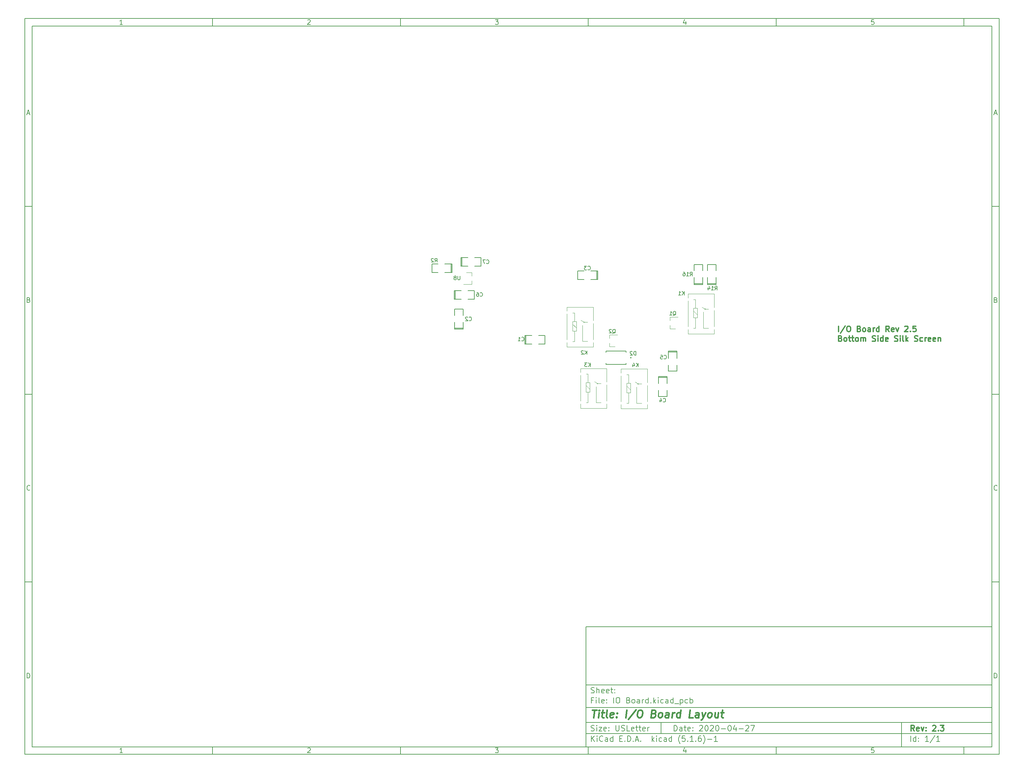
<source format=gbr>
G04 #@! TF.GenerationSoftware,KiCad,Pcbnew,(5.1.6)-1*
G04 #@! TF.CreationDate,2021-01-18T17:04:58-05:00*
G04 #@! TF.ProjectId,IO Board,494f2042-6f61-4726-942e-6b696361645f,2.3*
G04 #@! TF.SameCoordinates,Original*
G04 #@! TF.FileFunction,Legend,Bot*
G04 #@! TF.FilePolarity,Positive*
%FSLAX46Y46*%
G04 Gerber Fmt 4.6, Leading zero omitted, Abs format (unit mm)*
G04 Created by KiCad (PCBNEW (5.1.6)-1) date 2021-01-18 17:04:58*
%MOMM*%
%LPD*%
G01*
G04 APERTURE LIST*
%ADD10C,0.100000*%
%ADD11C,0.150000*%
%ADD12C,0.300000*%
%ADD13C,0.400000*%
%ADD14C,0.200000*%
%ADD15C,0.120000*%
%ADD16R,2.200000X2.150000*%
%ADD17R,2.032000X1.524000*%
%ADD18R,0.900000X0.800000*%
%ADD19R,2.660000X0.800000*%
%ADD20C,1.727200*%
%ADD21O,1.727200X1.727200*%
%ADD22O,1.727200X2.032000*%
%ADD23C,1.500000*%
%ADD24R,1.524000X2.032000*%
%ADD25O,1.700000X1.700000*%
%ADD26R,1.700000X1.700000*%
G04 APERTURE END LIST*
D10*
D11*
X159400000Y-171900000D02*
X159400000Y-203900000D01*
X267400000Y-203900000D01*
X267400000Y-171900000D01*
X159400000Y-171900000D01*
D10*
D11*
X10000000Y-10000000D02*
X10000000Y-205900000D01*
X269400000Y-205900000D01*
X269400000Y-10000000D01*
X10000000Y-10000000D01*
D10*
D11*
X12000000Y-12000000D02*
X12000000Y-203900000D01*
X267400000Y-203900000D01*
X267400000Y-12000000D01*
X12000000Y-12000000D01*
D10*
D11*
X60000000Y-12000000D02*
X60000000Y-10000000D01*
D10*
D11*
X110000000Y-12000000D02*
X110000000Y-10000000D01*
D10*
D11*
X160000000Y-12000000D02*
X160000000Y-10000000D01*
D10*
D11*
X210000000Y-12000000D02*
X210000000Y-10000000D01*
D10*
D11*
X260000000Y-12000000D02*
X260000000Y-10000000D01*
D10*
D11*
X36065476Y-11588095D02*
X35322619Y-11588095D01*
X35694047Y-11588095D02*
X35694047Y-10288095D01*
X35570238Y-10473809D01*
X35446428Y-10597619D01*
X35322619Y-10659523D01*
D10*
D11*
X85322619Y-10411904D02*
X85384523Y-10350000D01*
X85508333Y-10288095D01*
X85817857Y-10288095D01*
X85941666Y-10350000D01*
X86003571Y-10411904D01*
X86065476Y-10535714D01*
X86065476Y-10659523D01*
X86003571Y-10845238D01*
X85260714Y-11588095D01*
X86065476Y-11588095D01*
D10*
D11*
X135260714Y-10288095D02*
X136065476Y-10288095D01*
X135632142Y-10783333D01*
X135817857Y-10783333D01*
X135941666Y-10845238D01*
X136003571Y-10907142D01*
X136065476Y-11030952D01*
X136065476Y-11340476D01*
X136003571Y-11464285D01*
X135941666Y-11526190D01*
X135817857Y-11588095D01*
X135446428Y-11588095D01*
X135322619Y-11526190D01*
X135260714Y-11464285D01*
D10*
D11*
X185941666Y-10721428D02*
X185941666Y-11588095D01*
X185632142Y-10226190D02*
X185322619Y-11154761D01*
X186127380Y-11154761D01*
D10*
D11*
X236003571Y-10288095D02*
X235384523Y-10288095D01*
X235322619Y-10907142D01*
X235384523Y-10845238D01*
X235508333Y-10783333D01*
X235817857Y-10783333D01*
X235941666Y-10845238D01*
X236003571Y-10907142D01*
X236065476Y-11030952D01*
X236065476Y-11340476D01*
X236003571Y-11464285D01*
X235941666Y-11526190D01*
X235817857Y-11588095D01*
X235508333Y-11588095D01*
X235384523Y-11526190D01*
X235322619Y-11464285D01*
D10*
D11*
X60000000Y-203900000D02*
X60000000Y-205900000D01*
D10*
D11*
X110000000Y-203900000D02*
X110000000Y-205900000D01*
D10*
D11*
X160000000Y-203900000D02*
X160000000Y-205900000D01*
D10*
D11*
X210000000Y-203900000D02*
X210000000Y-205900000D01*
D10*
D11*
X260000000Y-203900000D02*
X260000000Y-205900000D01*
D10*
D11*
X36065476Y-205488095D02*
X35322619Y-205488095D01*
X35694047Y-205488095D02*
X35694047Y-204188095D01*
X35570238Y-204373809D01*
X35446428Y-204497619D01*
X35322619Y-204559523D01*
D10*
D11*
X85322619Y-204311904D02*
X85384523Y-204250000D01*
X85508333Y-204188095D01*
X85817857Y-204188095D01*
X85941666Y-204250000D01*
X86003571Y-204311904D01*
X86065476Y-204435714D01*
X86065476Y-204559523D01*
X86003571Y-204745238D01*
X85260714Y-205488095D01*
X86065476Y-205488095D01*
D10*
D11*
X135260714Y-204188095D02*
X136065476Y-204188095D01*
X135632142Y-204683333D01*
X135817857Y-204683333D01*
X135941666Y-204745238D01*
X136003571Y-204807142D01*
X136065476Y-204930952D01*
X136065476Y-205240476D01*
X136003571Y-205364285D01*
X135941666Y-205426190D01*
X135817857Y-205488095D01*
X135446428Y-205488095D01*
X135322619Y-205426190D01*
X135260714Y-205364285D01*
D10*
D11*
X185941666Y-204621428D02*
X185941666Y-205488095D01*
X185632142Y-204126190D02*
X185322619Y-205054761D01*
X186127380Y-205054761D01*
D10*
D11*
X236003571Y-204188095D02*
X235384523Y-204188095D01*
X235322619Y-204807142D01*
X235384523Y-204745238D01*
X235508333Y-204683333D01*
X235817857Y-204683333D01*
X235941666Y-204745238D01*
X236003571Y-204807142D01*
X236065476Y-204930952D01*
X236065476Y-205240476D01*
X236003571Y-205364285D01*
X235941666Y-205426190D01*
X235817857Y-205488095D01*
X235508333Y-205488095D01*
X235384523Y-205426190D01*
X235322619Y-205364285D01*
D10*
D11*
X10000000Y-60000000D02*
X12000000Y-60000000D01*
D10*
D11*
X10000000Y-110000000D02*
X12000000Y-110000000D01*
D10*
D11*
X10000000Y-160000000D02*
X12000000Y-160000000D01*
D10*
D11*
X10690476Y-35216666D02*
X11309523Y-35216666D01*
X10566666Y-35588095D02*
X11000000Y-34288095D01*
X11433333Y-35588095D01*
D10*
D11*
X11092857Y-84907142D02*
X11278571Y-84969047D01*
X11340476Y-85030952D01*
X11402380Y-85154761D01*
X11402380Y-85340476D01*
X11340476Y-85464285D01*
X11278571Y-85526190D01*
X11154761Y-85588095D01*
X10659523Y-85588095D01*
X10659523Y-84288095D01*
X11092857Y-84288095D01*
X11216666Y-84350000D01*
X11278571Y-84411904D01*
X11340476Y-84535714D01*
X11340476Y-84659523D01*
X11278571Y-84783333D01*
X11216666Y-84845238D01*
X11092857Y-84907142D01*
X10659523Y-84907142D01*
D10*
D11*
X11402380Y-135464285D02*
X11340476Y-135526190D01*
X11154761Y-135588095D01*
X11030952Y-135588095D01*
X10845238Y-135526190D01*
X10721428Y-135402380D01*
X10659523Y-135278571D01*
X10597619Y-135030952D01*
X10597619Y-134845238D01*
X10659523Y-134597619D01*
X10721428Y-134473809D01*
X10845238Y-134350000D01*
X11030952Y-134288095D01*
X11154761Y-134288095D01*
X11340476Y-134350000D01*
X11402380Y-134411904D01*
D10*
D11*
X10659523Y-185588095D02*
X10659523Y-184288095D01*
X10969047Y-184288095D01*
X11154761Y-184350000D01*
X11278571Y-184473809D01*
X11340476Y-184597619D01*
X11402380Y-184845238D01*
X11402380Y-185030952D01*
X11340476Y-185278571D01*
X11278571Y-185402380D01*
X11154761Y-185526190D01*
X10969047Y-185588095D01*
X10659523Y-185588095D01*
D10*
D11*
X269400000Y-60000000D02*
X267400000Y-60000000D01*
D10*
D11*
X269400000Y-110000000D02*
X267400000Y-110000000D01*
D10*
D11*
X269400000Y-160000000D02*
X267400000Y-160000000D01*
D10*
D11*
X268090476Y-35216666D02*
X268709523Y-35216666D01*
X267966666Y-35588095D02*
X268400000Y-34288095D01*
X268833333Y-35588095D01*
D10*
D11*
X268492857Y-84907142D02*
X268678571Y-84969047D01*
X268740476Y-85030952D01*
X268802380Y-85154761D01*
X268802380Y-85340476D01*
X268740476Y-85464285D01*
X268678571Y-85526190D01*
X268554761Y-85588095D01*
X268059523Y-85588095D01*
X268059523Y-84288095D01*
X268492857Y-84288095D01*
X268616666Y-84350000D01*
X268678571Y-84411904D01*
X268740476Y-84535714D01*
X268740476Y-84659523D01*
X268678571Y-84783333D01*
X268616666Y-84845238D01*
X268492857Y-84907142D01*
X268059523Y-84907142D01*
D10*
D11*
X268802380Y-135464285D02*
X268740476Y-135526190D01*
X268554761Y-135588095D01*
X268430952Y-135588095D01*
X268245238Y-135526190D01*
X268121428Y-135402380D01*
X268059523Y-135278571D01*
X267997619Y-135030952D01*
X267997619Y-134845238D01*
X268059523Y-134597619D01*
X268121428Y-134473809D01*
X268245238Y-134350000D01*
X268430952Y-134288095D01*
X268554761Y-134288095D01*
X268740476Y-134350000D01*
X268802380Y-134411904D01*
D10*
D11*
X268059523Y-185588095D02*
X268059523Y-184288095D01*
X268369047Y-184288095D01*
X268554761Y-184350000D01*
X268678571Y-184473809D01*
X268740476Y-184597619D01*
X268802380Y-184845238D01*
X268802380Y-185030952D01*
X268740476Y-185278571D01*
X268678571Y-185402380D01*
X268554761Y-185526190D01*
X268369047Y-185588095D01*
X268059523Y-185588095D01*
D10*
D11*
X182832142Y-199678571D02*
X182832142Y-198178571D01*
X183189285Y-198178571D01*
X183403571Y-198250000D01*
X183546428Y-198392857D01*
X183617857Y-198535714D01*
X183689285Y-198821428D01*
X183689285Y-199035714D01*
X183617857Y-199321428D01*
X183546428Y-199464285D01*
X183403571Y-199607142D01*
X183189285Y-199678571D01*
X182832142Y-199678571D01*
X184975000Y-199678571D02*
X184975000Y-198892857D01*
X184903571Y-198750000D01*
X184760714Y-198678571D01*
X184475000Y-198678571D01*
X184332142Y-198750000D01*
X184975000Y-199607142D02*
X184832142Y-199678571D01*
X184475000Y-199678571D01*
X184332142Y-199607142D01*
X184260714Y-199464285D01*
X184260714Y-199321428D01*
X184332142Y-199178571D01*
X184475000Y-199107142D01*
X184832142Y-199107142D01*
X184975000Y-199035714D01*
X185475000Y-198678571D02*
X186046428Y-198678571D01*
X185689285Y-198178571D02*
X185689285Y-199464285D01*
X185760714Y-199607142D01*
X185903571Y-199678571D01*
X186046428Y-199678571D01*
X187117857Y-199607142D02*
X186975000Y-199678571D01*
X186689285Y-199678571D01*
X186546428Y-199607142D01*
X186475000Y-199464285D01*
X186475000Y-198892857D01*
X186546428Y-198750000D01*
X186689285Y-198678571D01*
X186975000Y-198678571D01*
X187117857Y-198750000D01*
X187189285Y-198892857D01*
X187189285Y-199035714D01*
X186475000Y-199178571D01*
X187832142Y-199535714D02*
X187903571Y-199607142D01*
X187832142Y-199678571D01*
X187760714Y-199607142D01*
X187832142Y-199535714D01*
X187832142Y-199678571D01*
X187832142Y-198750000D02*
X187903571Y-198821428D01*
X187832142Y-198892857D01*
X187760714Y-198821428D01*
X187832142Y-198750000D01*
X187832142Y-198892857D01*
X189617857Y-198321428D02*
X189689285Y-198250000D01*
X189832142Y-198178571D01*
X190189285Y-198178571D01*
X190332142Y-198250000D01*
X190403571Y-198321428D01*
X190475000Y-198464285D01*
X190475000Y-198607142D01*
X190403571Y-198821428D01*
X189546428Y-199678571D01*
X190475000Y-199678571D01*
X191403571Y-198178571D02*
X191546428Y-198178571D01*
X191689285Y-198250000D01*
X191760714Y-198321428D01*
X191832142Y-198464285D01*
X191903571Y-198750000D01*
X191903571Y-199107142D01*
X191832142Y-199392857D01*
X191760714Y-199535714D01*
X191689285Y-199607142D01*
X191546428Y-199678571D01*
X191403571Y-199678571D01*
X191260714Y-199607142D01*
X191189285Y-199535714D01*
X191117857Y-199392857D01*
X191046428Y-199107142D01*
X191046428Y-198750000D01*
X191117857Y-198464285D01*
X191189285Y-198321428D01*
X191260714Y-198250000D01*
X191403571Y-198178571D01*
X192475000Y-198321428D02*
X192546428Y-198250000D01*
X192689285Y-198178571D01*
X193046428Y-198178571D01*
X193189285Y-198250000D01*
X193260714Y-198321428D01*
X193332142Y-198464285D01*
X193332142Y-198607142D01*
X193260714Y-198821428D01*
X192403571Y-199678571D01*
X193332142Y-199678571D01*
X194260714Y-198178571D02*
X194403571Y-198178571D01*
X194546428Y-198250000D01*
X194617857Y-198321428D01*
X194689285Y-198464285D01*
X194760714Y-198750000D01*
X194760714Y-199107142D01*
X194689285Y-199392857D01*
X194617857Y-199535714D01*
X194546428Y-199607142D01*
X194403571Y-199678571D01*
X194260714Y-199678571D01*
X194117857Y-199607142D01*
X194046428Y-199535714D01*
X193975000Y-199392857D01*
X193903571Y-199107142D01*
X193903571Y-198750000D01*
X193975000Y-198464285D01*
X194046428Y-198321428D01*
X194117857Y-198250000D01*
X194260714Y-198178571D01*
X195403571Y-199107142D02*
X196546428Y-199107142D01*
X197546428Y-198178571D02*
X197689285Y-198178571D01*
X197832142Y-198250000D01*
X197903571Y-198321428D01*
X197975000Y-198464285D01*
X198046428Y-198750000D01*
X198046428Y-199107142D01*
X197975000Y-199392857D01*
X197903571Y-199535714D01*
X197832142Y-199607142D01*
X197689285Y-199678571D01*
X197546428Y-199678571D01*
X197403571Y-199607142D01*
X197332142Y-199535714D01*
X197260714Y-199392857D01*
X197189285Y-199107142D01*
X197189285Y-198750000D01*
X197260714Y-198464285D01*
X197332142Y-198321428D01*
X197403571Y-198250000D01*
X197546428Y-198178571D01*
X199332142Y-198678571D02*
X199332142Y-199678571D01*
X198975000Y-198107142D02*
X198617857Y-199178571D01*
X199546428Y-199178571D01*
X200117857Y-199107142D02*
X201260714Y-199107142D01*
X201903571Y-198321428D02*
X201975000Y-198250000D01*
X202117857Y-198178571D01*
X202475000Y-198178571D01*
X202617857Y-198250000D01*
X202689285Y-198321428D01*
X202760714Y-198464285D01*
X202760714Y-198607142D01*
X202689285Y-198821428D01*
X201832142Y-199678571D01*
X202760714Y-199678571D01*
X203260714Y-198178571D02*
X204260714Y-198178571D01*
X203617857Y-199678571D01*
D10*
D11*
X159400000Y-200400000D02*
X267400000Y-200400000D01*
D10*
D11*
X160832142Y-202478571D02*
X160832142Y-200978571D01*
X161689285Y-202478571D02*
X161046428Y-201621428D01*
X161689285Y-200978571D02*
X160832142Y-201835714D01*
X162332142Y-202478571D02*
X162332142Y-201478571D01*
X162332142Y-200978571D02*
X162260714Y-201050000D01*
X162332142Y-201121428D01*
X162403571Y-201050000D01*
X162332142Y-200978571D01*
X162332142Y-201121428D01*
X163903571Y-202335714D02*
X163832142Y-202407142D01*
X163617857Y-202478571D01*
X163475000Y-202478571D01*
X163260714Y-202407142D01*
X163117857Y-202264285D01*
X163046428Y-202121428D01*
X162975000Y-201835714D01*
X162975000Y-201621428D01*
X163046428Y-201335714D01*
X163117857Y-201192857D01*
X163260714Y-201050000D01*
X163475000Y-200978571D01*
X163617857Y-200978571D01*
X163832142Y-201050000D01*
X163903571Y-201121428D01*
X165189285Y-202478571D02*
X165189285Y-201692857D01*
X165117857Y-201550000D01*
X164975000Y-201478571D01*
X164689285Y-201478571D01*
X164546428Y-201550000D01*
X165189285Y-202407142D02*
X165046428Y-202478571D01*
X164689285Y-202478571D01*
X164546428Y-202407142D01*
X164475000Y-202264285D01*
X164475000Y-202121428D01*
X164546428Y-201978571D01*
X164689285Y-201907142D01*
X165046428Y-201907142D01*
X165189285Y-201835714D01*
X166546428Y-202478571D02*
X166546428Y-200978571D01*
X166546428Y-202407142D02*
X166403571Y-202478571D01*
X166117857Y-202478571D01*
X165975000Y-202407142D01*
X165903571Y-202335714D01*
X165832142Y-202192857D01*
X165832142Y-201764285D01*
X165903571Y-201621428D01*
X165975000Y-201550000D01*
X166117857Y-201478571D01*
X166403571Y-201478571D01*
X166546428Y-201550000D01*
X168403571Y-201692857D02*
X168903571Y-201692857D01*
X169117857Y-202478571D02*
X168403571Y-202478571D01*
X168403571Y-200978571D01*
X169117857Y-200978571D01*
X169760714Y-202335714D02*
X169832142Y-202407142D01*
X169760714Y-202478571D01*
X169689285Y-202407142D01*
X169760714Y-202335714D01*
X169760714Y-202478571D01*
X170475000Y-202478571D02*
X170475000Y-200978571D01*
X170832142Y-200978571D01*
X171046428Y-201050000D01*
X171189285Y-201192857D01*
X171260714Y-201335714D01*
X171332142Y-201621428D01*
X171332142Y-201835714D01*
X171260714Y-202121428D01*
X171189285Y-202264285D01*
X171046428Y-202407142D01*
X170832142Y-202478571D01*
X170475000Y-202478571D01*
X171975000Y-202335714D02*
X172046428Y-202407142D01*
X171975000Y-202478571D01*
X171903571Y-202407142D01*
X171975000Y-202335714D01*
X171975000Y-202478571D01*
X172617857Y-202050000D02*
X173332142Y-202050000D01*
X172475000Y-202478571D02*
X172975000Y-200978571D01*
X173475000Y-202478571D01*
X173975000Y-202335714D02*
X174046428Y-202407142D01*
X173975000Y-202478571D01*
X173903571Y-202407142D01*
X173975000Y-202335714D01*
X173975000Y-202478571D01*
X176975000Y-202478571D02*
X176975000Y-200978571D01*
X177117857Y-201907142D02*
X177546428Y-202478571D01*
X177546428Y-201478571D02*
X176975000Y-202050000D01*
X178189285Y-202478571D02*
X178189285Y-201478571D01*
X178189285Y-200978571D02*
X178117857Y-201050000D01*
X178189285Y-201121428D01*
X178260714Y-201050000D01*
X178189285Y-200978571D01*
X178189285Y-201121428D01*
X179546428Y-202407142D02*
X179403571Y-202478571D01*
X179117857Y-202478571D01*
X178975000Y-202407142D01*
X178903571Y-202335714D01*
X178832142Y-202192857D01*
X178832142Y-201764285D01*
X178903571Y-201621428D01*
X178975000Y-201550000D01*
X179117857Y-201478571D01*
X179403571Y-201478571D01*
X179546428Y-201550000D01*
X180832142Y-202478571D02*
X180832142Y-201692857D01*
X180760714Y-201550000D01*
X180617857Y-201478571D01*
X180332142Y-201478571D01*
X180189285Y-201550000D01*
X180832142Y-202407142D02*
X180689285Y-202478571D01*
X180332142Y-202478571D01*
X180189285Y-202407142D01*
X180117857Y-202264285D01*
X180117857Y-202121428D01*
X180189285Y-201978571D01*
X180332142Y-201907142D01*
X180689285Y-201907142D01*
X180832142Y-201835714D01*
X182189285Y-202478571D02*
X182189285Y-200978571D01*
X182189285Y-202407142D02*
X182046428Y-202478571D01*
X181760714Y-202478571D01*
X181617857Y-202407142D01*
X181546428Y-202335714D01*
X181475000Y-202192857D01*
X181475000Y-201764285D01*
X181546428Y-201621428D01*
X181617857Y-201550000D01*
X181760714Y-201478571D01*
X182046428Y-201478571D01*
X182189285Y-201550000D01*
X184475000Y-203050000D02*
X184403571Y-202978571D01*
X184260714Y-202764285D01*
X184189285Y-202621428D01*
X184117857Y-202407142D01*
X184046428Y-202050000D01*
X184046428Y-201764285D01*
X184117857Y-201407142D01*
X184189285Y-201192857D01*
X184260714Y-201050000D01*
X184403571Y-200835714D01*
X184475000Y-200764285D01*
X185760714Y-200978571D02*
X185046428Y-200978571D01*
X184975000Y-201692857D01*
X185046428Y-201621428D01*
X185189285Y-201550000D01*
X185546428Y-201550000D01*
X185689285Y-201621428D01*
X185760714Y-201692857D01*
X185832142Y-201835714D01*
X185832142Y-202192857D01*
X185760714Y-202335714D01*
X185689285Y-202407142D01*
X185546428Y-202478571D01*
X185189285Y-202478571D01*
X185046428Y-202407142D01*
X184975000Y-202335714D01*
X186475000Y-202335714D02*
X186546428Y-202407142D01*
X186475000Y-202478571D01*
X186403571Y-202407142D01*
X186475000Y-202335714D01*
X186475000Y-202478571D01*
X187975000Y-202478571D02*
X187117857Y-202478571D01*
X187546428Y-202478571D02*
X187546428Y-200978571D01*
X187403571Y-201192857D01*
X187260714Y-201335714D01*
X187117857Y-201407142D01*
X188617857Y-202335714D02*
X188689285Y-202407142D01*
X188617857Y-202478571D01*
X188546428Y-202407142D01*
X188617857Y-202335714D01*
X188617857Y-202478571D01*
X189975000Y-200978571D02*
X189689285Y-200978571D01*
X189546428Y-201050000D01*
X189475000Y-201121428D01*
X189332142Y-201335714D01*
X189260714Y-201621428D01*
X189260714Y-202192857D01*
X189332142Y-202335714D01*
X189403571Y-202407142D01*
X189546428Y-202478571D01*
X189832142Y-202478571D01*
X189975000Y-202407142D01*
X190046428Y-202335714D01*
X190117857Y-202192857D01*
X190117857Y-201835714D01*
X190046428Y-201692857D01*
X189975000Y-201621428D01*
X189832142Y-201550000D01*
X189546428Y-201550000D01*
X189403571Y-201621428D01*
X189332142Y-201692857D01*
X189260714Y-201835714D01*
X190617857Y-203050000D02*
X190689285Y-202978571D01*
X190832142Y-202764285D01*
X190903571Y-202621428D01*
X190975000Y-202407142D01*
X191046428Y-202050000D01*
X191046428Y-201764285D01*
X190975000Y-201407142D01*
X190903571Y-201192857D01*
X190832142Y-201050000D01*
X190689285Y-200835714D01*
X190617857Y-200764285D01*
X191760714Y-201907142D02*
X192903571Y-201907142D01*
X194403571Y-202478571D02*
X193546428Y-202478571D01*
X193975000Y-202478571D02*
X193975000Y-200978571D01*
X193832142Y-201192857D01*
X193689285Y-201335714D01*
X193546428Y-201407142D01*
D10*
D11*
X159400000Y-197400000D02*
X267400000Y-197400000D01*
D10*
D12*
X246809285Y-199678571D02*
X246309285Y-198964285D01*
X245952142Y-199678571D02*
X245952142Y-198178571D01*
X246523571Y-198178571D01*
X246666428Y-198250000D01*
X246737857Y-198321428D01*
X246809285Y-198464285D01*
X246809285Y-198678571D01*
X246737857Y-198821428D01*
X246666428Y-198892857D01*
X246523571Y-198964285D01*
X245952142Y-198964285D01*
X248023571Y-199607142D02*
X247880714Y-199678571D01*
X247595000Y-199678571D01*
X247452142Y-199607142D01*
X247380714Y-199464285D01*
X247380714Y-198892857D01*
X247452142Y-198750000D01*
X247595000Y-198678571D01*
X247880714Y-198678571D01*
X248023571Y-198750000D01*
X248095000Y-198892857D01*
X248095000Y-199035714D01*
X247380714Y-199178571D01*
X248595000Y-198678571D02*
X248952142Y-199678571D01*
X249309285Y-198678571D01*
X249880714Y-199535714D02*
X249952142Y-199607142D01*
X249880714Y-199678571D01*
X249809285Y-199607142D01*
X249880714Y-199535714D01*
X249880714Y-199678571D01*
X249880714Y-198750000D02*
X249952142Y-198821428D01*
X249880714Y-198892857D01*
X249809285Y-198821428D01*
X249880714Y-198750000D01*
X249880714Y-198892857D01*
X251666428Y-198321428D02*
X251737857Y-198250000D01*
X251880714Y-198178571D01*
X252237857Y-198178571D01*
X252380714Y-198250000D01*
X252452142Y-198321428D01*
X252523571Y-198464285D01*
X252523571Y-198607142D01*
X252452142Y-198821428D01*
X251595000Y-199678571D01*
X252523571Y-199678571D01*
X253166428Y-199535714D02*
X253237857Y-199607142D01*
X253166428Y-199678571D01*
X253095000Y-199607142D01*
X253166428Y-199535714D01*
X253166428Y-199678571D01*
X253737857Y-198178571D02*
X254666428Y-198178571D01*
X254166428Y-198750000D01*
X254380714Y-198750000D01*
X254523571Y-198821428D01*
X254595000Y-198892857D01*
X254666428Y-199035714D01*
X254666428Y-199392857D01*
X254595000Y-199535714D01*
X254523571Y-199607142D01*
X254380714Y-199678571D01*
X253952142Y-199678571D01*
X253809285Y-199607142D01*
X253737857Y-199535714D01*
D10*
D11*
X160760714Y-199607142D02*
X160975000Y-199678571D01*
X161332142Y-199678571D01*
X161475000Y-199607142D01*
X161546428Y-199535714D01*
X161617857Y-199392857D01*
X161617857Y-199250000D01*
X161546428Y-199107142D01*
X161475000Y-199035714D01*
X161332142Y-198964285D01*
X161046428Y-198892857D01*
X160903571Y-198821428D01*
X160832142Y-198750000D01*
X160760714Y-198607142D01*
X160760714Y-198464285D01*
X160832142Y-198321428D01*
X160903571Y-198250000D01*
X161046428Y-198178571D01*
X161403571Y-198178571D01*
X161617857Y-198250000D01*
X162260714Y-199678571D02*
X162260714Y-198678571D01*
X162260714Y-198178571D02*
X162189285Y-198250000D01*
X162260714Y-198321428D01*
X162332142Y-198250000D01*
X162260714Y-198178571D01*
X162260714Y-198321428D01*
X162832142Y-198678571D02*
X163617857Y-198678571D01*
X162832142Y-199678571D01*
X163617857Y-199678571D01*
X164760714Y-199607142D02*
X164617857Y-199678571D01*
X164332142Y-199678571D01*
X164189285Y-199607142D01*
X164117857Y-199464285D01*
X164117857Y-198892857D01*
X164189285Y-198750000D01*
X164332142Y-198678571D01*
X164617857Y-198678571D01*
X164760714Y-198750000D01*
X164832142Y-198892857D01*
X164832142Y-199035714D01*
X164117857Y-199178571D01*
X165475000Y-199535714D02*
X165546428Y-199607142D01*
X165475000Y-199678571D01*
X165403571Y-199607142D01*
X165475000Y-199535714D01*
X165475000Y-199678571D01*
X165475000Y-198750000D02*
X165546428Y-198821428D01*
X165475000Y-198892857D01*
X165403571Y-198821428D01*
X165475000Y-198750000D01*
X165475000Y-198892857D01*
X167332142Y-198178571D02*
X167332142Y-199392857D01*
X167403571Y-199535714D01*
X167475000Y-199607142D01*
X167617857Y-199678571D01*
X167903571Y-199678571D01*
X168046428Y-199607142D01*
X168117857Y-199535714D01*
X168189285Y-199392857D01*
X168189285Y-198178571D01*
X168832142Y-199607142D02*
X169046428Y-199678571D01*
X169403571Y-199678571D01*
X169546428Y-199607142D01*
X169617857Y-199535714D01*
X169689285Y-199392857D01*
X169689285Y-199250000D01*
X169617857Y-199107142D01*
X169546428Y-199035714D01*
X169403571Y-198964285D01*
X169117857Y-198892857D01*
X168975000Y-198821428D01*
X168903571Y-198750000D01*
X168832142Y-198607142D01*
X168832142Y-198464285D01*
X168903571Y-198321428D01*
X168975000Y-198250000D01*
X169117857Y-198178571D01*
X169475000Y-198178571D01*
X169689285Y-198250000D01*
X171046428Y-199678571D02*
X170332142Y-199678571D01*
X170332142Y-198178571D01*
X172117857Y-199607142D02*
X171975000Y-199678571D01*
X171689285Y-199678571D01*
X171546428Y-199607142D01*
X171475000Y-199464285D01*
X171475000Y-198892857D01*
X171546428Y-198750000D01*
X171689285Y-198678571D01*
X171975000Y-198678571D01*
X172117857Y-198750000D01*
X172189285Y-198892857D01*
X172189285Y-199035714D01*
X171475000Y-199178571D01*
X172617857Y-198678571D02*
X173189285Y-198678571D01*
X172832142Y-198178571D02*
X172832142Y-199464285D01*
X172903571Y-199607142D01*
X173046428Y-199678571D01*
X173189285Y-199678571D01*
X173475000Y-198678571D02*
X174046428Y-198678571D01*
X173689285Y-198178571D02*
X173689285Y-199464285D01*
X173760714Y-199607142D01*
X173903571Y-199678571D01*
X174046428Y-199678571D01*
X175117857Y-199607142D02*
X174975000Y-199678571D01*
X174689285Y-199678571D01*
X174546428Y-199607142D01*
X174475000Y-199464285D01*
X174475000Y-198892857D01*
X174546428Y-198750000D01*
X174689285Y-198678571D01*
X174975000Y-198678571D01*
X175117857Y-198750000D01*
X175189285Y-198892857D01*
X175189285Y-199035714D01*
X174475000Y-199178571D01*
X175832142Y-199678571D02*
X175832142Y-198678571D01*
X175832142Y-198964285D02*
X175903571Y-198821428D01*
X175975000Y-198750000D01*
X176117857Y-198678571D01*
X176260714Y-198678571D01*
D10*
D11*
X245832142Y-202478571D02*
X245832142Y-200978571D01*
X247189285Y-202478571D02*
X247189285Y-200978571D01*
X247189285Y-202407142D02*
X247046428Y-202478571D01*
X246760714Y-202478571D01*
X246617857Y-202407142D01*
X246546428Y-202335714D01*
X246475000Y-202192857D01*
X246475000Y-201764285D01*
X246546428Y-201621428D01*
X246617857Y-201550000D01*
X246760714Y-201478571D01*
X247046428Y-201478571D01*
X247189285Y-201550000D01*
X247903571Y-202335714D02*
X247975000Y-202407142D01*
X247903571Y-202478571D01*
X247832142Y-202407142D01*
X247903571Y-202335714D01*
X247903571Y-202478571D01*
X247903571Y-201550000D02*
X247975000Y-201621428D01*
X247903571Y-201692857D01*
X247832142Y-201621428D01*
X247903571Y-201550000D01*
X247903571Y-201692857D01*
X250546428Y-202478571D02*
X249689285Y-202478571D01*
X250117857Y-202478571D02*
X250117857Y-200978571D01*
X249975000Y-201192857D01*
X249832142Y-201335714D01*
X249689285Y-201407142D01*
X252260714Y-200907142D02*
X250975000Y-202835714D01*
X253546428Y-202478571D02*
X252689285Y-202478571D01*
X253117857Y-202478571D02*
X253117857Y-200978571D01*
X252975000Y-201192857D01*
X252832142Y-201335714D01*
X252689285Y-201407142D01*
D10*
D11*
X159400000Y-193400000D02*
X267400000Y-193400000D01*
D10*
D13*
X161112380Y-194104761D02*
X162255238Y-194104761D01*
X161433809Y-196104761D02*
X161683809Y-194104761D01*
X162671904Y-196104761D02*
X162838571Y-194771428D01*
X162921904Y-194104761D02*
X162814761Y-194200000D01*
X162898095Y-194295238D01*
X163005238Y-194200000D01*
X162921904Y-194104761D01*
X162898095Y-194295238D01*
X163505238Y-194771428D02*
X164267142Y-194771428D01*
X163874285Y-194104761D02*
X163660000Y-195819047D01*
X163731428Y-196009523D01*
X163910000Y-196104761D01*
X164100476Y-196104761D01*
X165052857Y-196104761D02*
X164874285Y-196009523D01*
X164802857Y-195819047D01*
X165017142Y-194104761D01*
X166588571Y-196009523D02*
X166386190Y-196104761D01*
X166005238Y-196104761D01*
X165826666Y-196009523D01*
X165755238Y-195819047D01*
X165850476Y-195057142D01*
X165969523Y-194866666D01*
X166171904Y-194771428D01*
X166552857Y-194771428D01*
X166731428Y-194866666D01*
X166802857Y-195057142D01*
X166779047Y-195247619D01*
X165802857Y-195438095D01*
X167552857Y-195914285D02*
X167636190Y-196009523D01*
X167529047Y-196104761D01*
X167445714Y-196009523D01*
X167552857Y-195914285D01*
X167529047Y-196104761D01*
X167683809Y-194866666D02*
X167767142Y-194961904D01*
X167660000Y-195057142D01*
X167576666Y-194961904D01*
X167683809Y-194866666D01*
X167660000Y-195057142D01*
X170005238Y-196104761D02*
X170255238Y-194104761D01*
X172648095Y-194009523D02*
X170612380Y-196580952D01*
X173683809Y-194104761D02*
X174064761Y-194104761D01*
X174243333Y-194200000D01*
X174410000Y-194390476D01*
X174457619Y-194771428D01*
X174374285Y-195438095D01*
X174231428Y-195819047D01*
X174017142Y-196009523D01*
X173814761Y-196104761D01*
X173433809Y-196104761D01*
X173255238Y-196009523D01*
X173088571Y-195819047D01*
X173040952Y-195438095D01*
X173124285Y-194771428D01*
X173267142Y-194390476D01*
X173481428Y-194200000D01*
X173683809Y-194104761D01*
X177469523Y-195057142D02*
X177743333Y-195152380D01*
X177826666Y-195247619D01*
X177898095Y-195438095D01*
X177862380Y-195723809D01*
X177743333Y-195914285D01*
X177636190Y-196009523D01*
X177433809Y-196104761D01*
X176671904Y-196104761D01*
X176921904Y-194104761D01*
X177588571Y-194104761D01*
X177767142Y-194200000D01*
X177850476Y-194295238D01*
X177921904Y-194485714D01*
X177898095Y-194676190D01*
X177779047Y-194866666D01*
X177671904Y-194961904D01*
X177469523Y-195057142D01*
X176802857Y-195057142D01*
X178957619Y-196104761D02*
X178779047Y-196009523D01*
X178695714Y-195914285D01*
X178624285Y-195723809D01*
X178695714Y-195152380D01*
X178814761Y-194961904D01*
X178921904Y-194866666D01*
X179124285Y-194771428D01*
X179410000Y-194771428D01*
X179588571Y-194866666D01*
X179671904Y-194961904D01*
X179743333Y-195152380D01*
X179671904Y-195723809D01*
X179552857Y-195914285D01*
X179445714Y-196009523D01*
X179243333Y-196104761D01*
X178957619Y-196104761D01*
X181338571Y-196104761D02*
X181469523Y-195057142D01*
X181398095Y-194866666D01*
X181219523Y-194771428D01*
X180838571Y-194771428D01*
X180636190Y-194866666D01*
X181350476Y-196009523D02*
X181148095Y-196104761D01*
X180671904Y-196104761D01*
X180493333Y-196009523D01*
X180421904Y-195819047D01*
X180445714Y-195628571D01*
X180564761Y-195438095D01*
X180767142Y-195342857D01*
X181243333Y-195342857D01*
X181445714Y-195247619D01*
X182290952Y-196104761D02*
X182457619Y-194771428D01*
X182410000Y-195152380D02*
X182529047Y-194961904D01*
X182636190Y-194866666D01*
X182838571Y-194771428D01*
X183029047Y-194771428D01*
X184386190Y-196104761D02*
X184636190Y-194104761D01*
X184398095Y-196009523D02*
X184195714Y-196104761D01*
X183814761Y-196104761D01*
X183636190Y-196009523D01*
X183552857Y-195914285D01*
X183481428Y-195723809D01*
X183552857Y-195152380D01*
X183671904Y-194961904D01*
X183779047Y-194866666D01*
X183981428Y-194771428D01*
X184362380Y-194771428D01*
X184540952Y-194866666D01*
X187814761Y-196104761D02*
X186862380Y-196104761D01*
X187112380Y-194104761D01*
X189338571Y-196104761D02*
X189469523Y-195057142D01*
X189398095Y-194866666D01*
X189219523Y-194771428D01*
X188838571Y-194771428D01*
X188636190Y-194866666D01*
X189350476Y-196009523D02*
X189148095Y-196104761D01*
X188671904Y-196104761D01*
X188493333Y-196009523D01*
X188421904Y-195819047D01*
X188445714Y-195628571D01*
X188564761Y-195438095D01*
X188767142Y-195342857D01*
X189243333Y-195342857D01*
X189445714Y-195247619D01*
X190267142Y-194771428D02*
X190576666Y-196104761D01*
X191219523Y-194771428D02*
X190576666Y-196104761D01*
X190326666Y-196580952D01*
X190219523Y-196676190D01*
X190017142Y-196771428D01*
X192100476Y-196104761D02*
X191921904Y-196009523D01*
X191838571Y-195914285D01*
X191767142Y-195723809D01*
X191838571Y-195152380D01*
X191957619Y-194961904D01*
X192064761Y-194866666D01*
X192267142Y-194771428D01*
X192552857Y-194771428D01*
X192731428Y-194866666D01*
X192814761Y-194961904D01*
X192886190Y-195152380D01*
X192814761Y-195723809D01*
X192695714Y-195914285D01*
X192588571Y-196009523D01*
X192386190Y-196104761D01*
X192100476Y-196104761D01*
X194648095Y-194771428D02*
X194481428Y-196104761D01*
X193790952Y-194771428D02*
X193660000Y-195819047D01*
X193731428Y-196009523D01*
X193910000Y-196104761D01*
X194195714Y-196104761D01*
X194398095Y-196009523D01*
X194505238Y-195914285D01*
X195314761Y-194771428D02*
X196076666Y-194771428D01*
X195683809Y-194104761D02*
X195469523Y-195819047D01*
X195540952Y-196009523D01*
X195719523Y-196104761D01*
X195910000Y-196104761D01*
D10*
D11*
X161332142Y-191492857D02*
X160832142Y-191492857D01*
X160832142Y-192278571D02*
X160832142Y-190778571D01*
X161546428Y-190778571D01*
X162117857Y-192278571D02*
X162117857Y-191278571D01*
X162117857Y-190778571D02*
X162046428Y-190850000D01*
X162117857Y-190921428D01*
X162189285Y-190850000D01*
X162117857Y-190778571D01*
X162117857Y-190921428D01*
X163046428Y-192278571D02*
X162903571Y-192207142D01*
X162832142Y-192064285D01*
X162832142Y-190778571D01*
X164189285Y-192207142D02*
X164046428Y-192278571D01*
X163760714Y-192278571D01*
X163617857Y-192207142D01*
X163546428Y-192064285D01*
X163546428Y-191492857D01*
X163617857Y-191350000D01*
X163760714Y-191278571D01*
X164046428Y-191278571D01*
X164189285Y-191350000D01*
X164260714Y-191492857D01*
X164260714Y-191635714D01*
X163546428Y-191778571D01*
X164903571Y-192135714D02*
X164975000Y-192207142D01*
X164903571Y-192278571D01*
X164832142Y-192207142D01*
X164903571Y-192135714D01*
X164903571Y-192278571D01*
X164903571Y-191350000D02*
X164975000Y-191421428D01*
X164903571Y-191492857D01*
X164832142Y-191421428D01*
X164903571Y-191350000D01*
X164903571Y-191492857D01*
X166760714Y-192278571D02*
X166760714Y-190778571D01*
X167760714Y-190778571D02*
X168046428Y-190778571D01*
X168189285Y-190850000D01*
X168332142Y-190992857D01*
X168403571Y-191278571D01*
X168403571Y-191778571D01*
X168332142Y-192064285D01*
X168189285Y-192207142D01*
X168046428Y-192278571D01*
X167760714Y-192278571D01*
X167617857Y-192207142D01*
X167475000Y-192064285D01*
X167403571Y-191778571D01*
X167403571Y-191278571D01*
X167475000Y-190992857D01*
X167617857Y-190850000D01*
X167760714Y-190778571D01*
X170689285Y-191492857D02*
X170903571Y-191564285D01*
X170975000Y-191635714D01*
X171046428Y-191778571D01*
X171046428Y-191992857D01*
X170975000Y-192135714D01*
X170903571Y-192207142D01*
X170760714Y-192278571D01*
X170189285Y-192278571D01*
X170189285Y-190778571D01*
X170689285Y-190778571D01*
X170832142Y-190850000D01*
X170903571Y-190921428D01*
X170975000Y-191064285D01*
X170975000Y-191207142D01*
X170903571Y-191350000D01*
X170832142Y-191421428D01*
X170689285Y-191492857D01*
X170189285Y-191492857D01*
X171903571Y-192278571D02*
X171760714Y-192207142D01*
X171689285Y-192135714D01*
X171617857Y-191992857D01*
X171617857Y-191564285D01*
X171689285Y-191421428D01*
X171760714Y-191350000D01*
X171903571Y-191278571D01*
X172117857Y-191278571D01*
X172260714Y-191350000D01*
X172332142Y-191421428D01*
X172403571Y-191564285D01*
X172403571Y-191992857D01*
X172332142Y-192135714D01*
X172260714Y-192207142D01*
X172117857Y-192278571D01*
X171903571Y-192278571D01*
X173689285Y-192278571D02*
X173689285Y-191492857D01*
X173617857Y-191350000D01*
X173475000Y-191278571D01*
X173189285Y-191278571D01*
X173046428Y-191350000D01*
X173689285Y-192207142D02*
X173546428Y-192278571D01*
X173189285Y-192278571D01*
X173046428Y-192207142D01*
X172975000Y-192064285D01*
X172975000Y-191921428D01*
X173046428Y-191778571D01*
X173189285Y-191707142D01*
X173546428Y-191707142D01*
X173689285Y-191635714D01*
X174403571Y-192278571D02*
X174403571Y-191278571D01*
X174403571Y-191564285D02*
X174475000Y-191421428D01*
X174546428Y-191350000D01*
X174689285Y-191278571D01*
X174832142Y-191278571D01*
X175975000Y-192278571D02*
X175975000Y-190778571D01*
X175975000Y-192207142D02*
X175832142Y-192278571D01*
X175546428Y-192278571D01*
X175403571Y-192207142D01*
X175332142Y-192135714D01*
X175260714Y-191992857D01*
X175260714Y-191564285D01*
X175332142Y-191421428D01*
X175403571Y-191350000D01*
X175546428Y-191278571D01*
X175832142Y-191278571D01*
X175975000Y-191350000D01*
X176689285Y-192135714D02*
X176760714Y-192207142D01*
X176689285Y-192278571D01*
X176617857Y-192207142D01*
X176689285Y-192135714D01*
X176689285Y-192278571D01*
X177403571Y-192278571D02*
X177403571Y-190778571D01*
X177546428Y-191707142D02*
X177975000Y-192278571D01*
X177975000Y-191278571D02*
X177403571Y-191850000D01*
X178617857Y-192278571D02*
X178617857Y-191278571D01*
X178617857Y-190778571D02*
X178546428Y-190850000D01*
X178617857Y-190921428D01*
X178689285Y-190850000D01*
X178617857Y-190778571D01*
X178617857Y-190921428D01*
X179975000Y-192207142D02*
X179832142Y-192278571D01*
X179546428Y-192278571D01*
X179403571Y-192207142D01*
X179332142Y-192135714D01*
X179260714Y-191992857D01*
X179260714Y-191564285D01*
X179332142Y-191421428D01*
X179403571Y-191350000D01*
X179546428Y-191278571D01*
X179832142Y-191278571D01*
X179975000Y-191350000D01*
X181260714Y-192278571D02*
X181260714Y-191492857D01*
X181189285Y-191350000D01*
X181046428Y-191278571D01*
X180760714Y-191278571D01*
X180617857Y-191350000D01*
X181260714Y-192207142D02*
X181117857Y-192278571D01*
X180760714Y-192278571D01*
X180617857Y-192207142D01*
X180546428Y-192064285D01*
X180546428Y-191921428D01*
X180617857Y-191778571D01*
X180760714Y-191707142D01*
X181117857Y-191707142D01*
X181260714Y-191635714D01*
X182617857Y-192278571D02*
X182617857Y-190778571D01*
X182617857Y-192207142D02*
X182475000Y-192278571D01*
X182189285Y-192278571D01*
X182046428Y-192207142D01*
X181975000Y-192135714D01*
X181903571Y-191992857D01*
X181903571Y-191564285D01*
X181975000Y-191421428D01*
X182046428Y-191350000D01*
X182189285Y-191278571D01*
X182475000Y-191278571D01*
X182617857Y-191350000D01*
X182975000Y-192421428D02*
X184117857Y-192421428D01*
X184475000Y-191278571D02*
X184475000Y-192778571D01*
X184475000Y-191350000D02*
X184617857Y-191278571D01*
X184903571Y-191278571D01*
X185046428Y-191350000D01*
X185117857Y-191421428D01*
X185189285Y-191564285D01*
X185189285Y-191992857D01*
X185117857Y-192135714D01*
X185046428Y-192207142D01*
X184903571Y-192278571D01*
X184617857Y-192278571D01*
X184475000Y-192207142D01*
X186475000Y-192207142D02*
X186332142Y-192278571D01*
X186046428Y-192278571D01*
X185903571Y-192207142D01*
X185832142Y-192135714D01*
X185760714Y-191992857D01*
X185760714Y-191564285D01*
X185832142Y-191421428D01*
X185903571Y-191350000D01*
X186046428Y-191278571D01*
X186332142Y-191278571D01*
X186475000Y-191350000D01*
X187117857Y-192278571D02*
X187117857Y-190778571D01*
X187117857Y-191350000D02*
X187260714Y-191278571D01*
X187546428Y-191278571D01*
X187689285Y-191350000D01*
X187760714Y-191421428D01*
X187832142Y-191564285D01*
X187832142Y-191992857D01*
X187760714Y-192135714D01*
X187689285Y-192207142D01*
X187546428Y-192278571D01*
X187260714Y-192278571D01*
X187117857Y-192207142D01*
D10*
D11*
X159400000Y-187400000D02*
X267400000Y-187400000D01*
D10*
D11*
X160760714Y-189507142D02*
X160975000Y-189578571D01*
X161332142Y-189578571D01*
X161475000Y-189507142D01*
X161546428Y-189435714D01*
X161617857Y-189292857D01*
X161617857Y-189150000D01*
X161546428Y-189007142D01*
X161475000Y-188935714D01*
X161332142Y-188864285D01*
X161046428Y-188792857D01*
X160903571Y-188721428D01*
X160832142Y-188650000D01*
X160760714Y-188507142D01*
X160760714Y-188364285D01*
X160832142Y-188221428D01*
X160903571Y-188150000D01*
X161046428Y-188078571D01*
X161403571Y-188078571D01*
X161617857Y-188150000D01*
X162260714Y-189578571D02*
X162260714Y-188078571D01*
X162903571Y-189578571D02*
X162903571Y-188792857D01*
X162832142Y-188650000D01*
X162689285Y-188578571D01*
X162475000Y-188578571D01*
X162332142Y-188650000D01*
X162260714Y-188721428D01*
X164189285Y-189507142D02*
X164046428Y-189578571D01*
X163760714Y-189578571D01*
X163617857Y-189507142D01*
X163546428Y-189364285D01*
X163546428Y-188792857D01*
X163617857Y-188650000D01*
X163760714Y-188578571D01*
X164046428Y-188578571D01*
X164189285Y-188650000D01*
X164260714Y-188792857D01*
X164260714Y-188935714D01*
X163546428Y-189078571D01*
X165475000Y-189507142D02*
X165332142Y-189578571D01*
X165046428Y-189578571D01*
X164903571Y-189507142D01*
X164832142Y-189364285D01*
X164832142Y-188792857D01*
X164903571Y-188650000D01*
X165046428Y-188578571D01*
X165332142Y-188578571D01*
X165475000Y-188650000D01*
X165546428Y-188792857D01*
X165546428Y-188935714D01*
X164832142Y-189078571D01*
X165975000Y-188578571D02*
X166546428Y-188578571D01*
X166189285Y-188078571D02*
X166189285Y-189364285D01*
X166260714Y-189507142D01*
X166403571Y-189578571D01*
X166546428Y-189578571D01*
X167046428Y-189435714D02*
X167117857Y-189507142D01*
X167046428Y-189578571D01*
X166975000Y-189507142D01*
X167046428Y-189435714D01*
X167046428Y-189578571D01*
X167046428Y-188650000D02*
X167117857Y-188721428D01*
X167046428Y-188792857D01*
X166975000Y-188721428D01*
X167046428Y-188650000D01*
X167046428Y-188792857D01*
D10*
D11*
X179400000Y-197400000D02*
X179400000Y-200400000D01*
D10*
D11*
X243400000Y-197400000D02*
X243400000Y-203900000D01*
D12*
X226612142Y-93383571D02*
X226612142Y-91883571D01*
X228397857Y-91812142D02*
X227112142Y-93740714D01*
X229183571Y-91883571D02*
X229469285Y-91883571D01*
X229612142Y-91955000D01*
X229755000Y-92097857D01*
X229826428Y-92383571D01*
X229826428Y-92883571D01*
X229755000Y-93169285D01*
X229612142Y-93312142D01*
X229469285Y-93383571D01*
X229183571Y-93383571D01*
X229040714Y-93312142D01*
X228897857Y-93169285D01*
X228826428Y-92883571D01*
X228826428Y-92383571D01*
X228897857Y-92097857D01*
X229040714Y-91955000D01*
X229183571Y-91883571D01*
X232112142Y-92597857D02*
X232326428Y-92669285D01*
X232397857Y-92740714D01*
X232469285Y-92883571D01*
X232469285Y-93097857D01*
X232397857Y-93240714D01*
X232326428Y-93312142D01*
X232183571Y-93383571D01*
X231612142Y-93383571D01*
X231612142Y-91883571D01*
X232112142Y-91883571D01*
X232255000Y-91955000D01*
X232326428Y-92026428D01*
X232397857Y-92169285D01*
X232397857Y-92312142D01*
X232326428Y-92455000D01*
X232255000Y-92526428D01*
X232112142Y-92597857D01*
X231612142Y-92597857D01*
X233326428Y-93383571D02*
X233183571Y-93312142D01*
X233112142Y-93240714D01*
X233040714Y-93097857D01*
X233040714Y-92669285D01*
X233112142Y-92526428D01*
X233183571Y-92455000D01*
X233326428Y-92383571D01*
X233540714Y-92383571D01*
X233683571Y-92455000D01*
X233755000Y-92526428D01*
X233826428Y-92669285D01*
X233826428Y-93097857D01*
X233755000Y-93240714D01*
X233683571Y-93312142D01*
X233540714Y-93383571D01*
X233326428Y-93383571D01*
X235112142Y-93383571D02*
X235112142Y-92597857D01*
X235040714Y-92455000D01*
X234897857Y-92383571D01*
X234612142Y-92383571D01*
X234469285Y-92455000D01*
X235112142Y-93312142D02*
X234969285Y-93383571D01*
X234612142Y-93383571D01*
X234469285Y-93312142D01*
X234397857Y-93169285D01*
X234397857Y-93026428D01*
X234469285Y-92883571D01*
X234612142Y-92812142D01*
X234969285Y-92812142D01*
X235112142Y-92740714D01*
X235826428Y-93383571D02*
X235826428Y-92383571D01*
X235826428Y-92669285D02*
X235897857Y-92526428D01*
X235969285Y-92455000D01*
X236112142Y-92383571D01*
X236255000Y-92383571D01*
X237397857Y-93383571D02*
X237397857Y-91883571D01*
X237397857Y-93312142D02*
X237255000Y-93383571D01*
X236969285Y-93383571D01*
X236826428Y-93312142D01*
X236755000Y-93240714D01*
X236683571Y-93097857D01*
X236683571Y-92669285D01*
X236755000Y-92526428D01*
X236826428Y-92455000D01*
X236969285Y-92383571D01*
X237255000Y-92383571D01*
X237397857Y-92455000D01*
X240112142Y-93383571D02*
X239612142Y-92669285D01*
X239255000Y-93383571D02*
X239255000Y-91883571D01*
X239826428Y-91883571D01*
X239969285Y-91955000D01*
X240040714Y-92026428D01*
X240112142Y-92169285D01*
X240112142Y-92383571D01*
X240040714Y-92526428D01*
X239969285Y-92597857D01*
X239826428Y-92669285D01*
X239255000Y-92669285D01*
X241326428Y-93312142D02*
X241183571Y-93383571D01*
X240897857Y-93383571D01*
X240755000Y-93312142D01*
X240683571Y-93169285D01*
X240683571Y-92597857D01*
X240755000Y-92455000D01*
X240897857Y-92383571D01*
X241183571Y-92383571D01*
X241326428Y-92455000D01*
X241397857Y-92597857D01*
X241397857Y-92740714D01*
X240683571Y-92883571D01*
X241897857Y-92383571D02*
X242255000Y-93383571D01*
X242612142Y-92383571D01*
X244255000Y-92026428D02*
X244326428Y-91955000D01*
X244469285Y-91883571D01*
X244826428Y-91883571D01*
X244969285Y-91955000D01*
X245040714Y-92026428D01*
X245112142Y-92169285D01*
X245112142Y-92312142D01*
X245040714Y-92526428D01*
X244183571Y-93383571D01*
X245112142Y-93383571D01*
X245755000Y-93240714D02*
X245826428Y-93312142D01*
X245755000Y-93383571D01*
X245683571Y-93312142D01*
X245755000Y-93240714D01*
X245755000Y-93383571D01*
X247183571Y-91883571D02*
X246469285Y-91883571D01*
X246397857Y-92597857D01*
X246469285Y-92526428D01*
X246612142Y-92455000D01*
X246969285Y-92455000D01*
X247112142Y-92526428D01*
X247183571Y-92597857D01*
X247255000Y-92740714D01*
X247255000Y-93097857D01*
X247183571Y-93240714D01*
X247112142Y-93312142D01*
X246969285Y-93383571D01*
X246612142Y-93383571D01*
X246469285Y-93312142D01*
X246397857Y-93240714D01*
X227112142Y-95147857D02*
X227326428Y-95219285D01*
X227397857Y-95290714D01*
X227469285Y-95433571D01*
X227469285Y-95647857D01*
X227397857Y-95790714D01*
X227326428Y-95862142D01*
X227183571Y-95933571D01*
X226612142Y-95933571D01*
X226612142Y-94433571D01*
X227112142Y-94433571D01*
X227255000Y-94505000D01*
X227326428Y-94576428D01*
X227397857Y-94719285D01*
X227397857Y-94862142D01*
X227326428Y-95005000D01*
X227255000Y-95076428D01*
X227112142Y-95147857D01*
X226612142Y-95147857D01*
X228326428Y-95933571D02*
X228183571Y-95862142D01*
X228112142Y-95790714D01*
X228040714Y-95647857D01*
X228040714Y-95219285D01*
X228112142Y-95076428D01*
X228183571Y-95005000D01*
X228326428Y-94933571D01*
X228540714Y-94933571D01*
X228683571Y-95005000D01*
X228755000Y-95076428D01*
X228826428Y-95219285D01*
X228826428Y-95647857D01*
X228755000Y-95790714D01*
X228683571Y-95862142D01*
X228540714Y-95933571D01*
X228326428Y-95933571D01*
X229255000Y-94933571D02*
X229826428Y-94933571D01*
X229469285Y-94433571D02*
X229469285Y-95719285D01*
X229540714Y-95862142D01*
X229683571Y-95933571D01*
X229826428Y-95933571D01*
X230112142Y-94933571D02*
X230683571Y-94933571D01*
X230326428Y-94433571D02*
X230326428Y-95719285D01*
X230397857Y-95862142D01*
X230540714Y-95933571D01*
X230683571Y-95933571D01*
X231397857Y-95933571D02*
X231255000Y-95862142D01*
X231183571Y-95790714D01*
X231112142Y-95647857D01*
X231112142Y-95219285D01*
X231183571Y-95076428D01*
X231255000Y-95005000D01*
X231397857Y-94933571D01*
X231612142Y-94933571D01*
X231755000Y-95005000D01*
X231826428Y-95076428D01*
X231897857Y-95219285D01*
X231897857Y-95647857D01*
X231826428Y-95790714D01*
X231755000Y-95862142D01*
X231612142Y-95933571D01*
X231397857Y-95933571D01*
X232540714Y-95933571D02*
X232540714Y-94933571D01*
X232540714Y-95076428D02*
X232612142Y-95005000D01*
X232755000Y-94933571D01*
X232969285Y-94933571D01*
X233112142Y-95005000D01*
X233183571Y-95147857D01*
X233183571Y-95933571D01*
X233183571Y-95147857D02*
X233255000Y-95005000D01*
X233397857Y-94933571D01*
X233612142Y-94933571D01*
X233755000Y-95005000D01*
X233826428Y-95147857D01*
X233826428Y-95933571D01*
X235612142Y-95862142D02*
X235826428Y-95933571D01*
X236183571Y-95933571D01*
X236326428Y-95862142D01*
X236397857Y-95790714D01*
X236469285Y-95647857D01*
X236469285Y-95505000D01*
X236397857Y-95362142D01*
X236326428Y-95290714D01*
X236183571Y-95219285D01*
X235897857Y-95147857D01*
X235755000Y-95076428D01*
X235683571Y-95005000D01*
X235612142Y-94862142D01*
X235612142Y-94719285D01*
X235683571Y-94576428D01*
X235755000Y-94505000D01*
X235897857Y-94433571D01*
X236255000Y-94433571D01*
X236469285Y-94505000D01*
X237112142Y-95933571D02*
X237112142Y-94933571D01*
X237112142Y-94433571D02*
X237040714Y-94505000D01*
X237112142Y-94576428D01*
X237183571Y-94505000D01*
X237112142Y-94433571D01*
X237112142Y-94576428D01*
X238469285Y-95933571D02*
X238469285Y-94433571D01*
X238469285Y-95862142D02*
X238326428Y-95933571D01*
X238040714Y-95933571D01*
X237897857Y-95862142D01*
X237826428Y-95790714D01*
X237755000Y-95647857D01*
X237755000Y-95219285D01*
X237826428Y-95076428D01*
X237897857Y-95005000D01*
X238040714Y-94933571D01*
X238326428Y-94933571D01*
X238469285Y-95005000D01*
X239755000Y-95862142D02*
X239612142Y-95933571D01*
X239326428Y-95933571D01*
X239183571Y-95862142D01*
X239112142Y-95719285D01*
X239112142Y-95147857D01*
X239183571Y-95005000D01*
X239326428Y-94933571D01*
X239612142Y-94933571D01*
X239755000Y-95005000D01*
X239826428Y-95147857D01*
X239826428Y-95290714D01*
X239112142Y-95433571D01*
X241540714Y-95862142D02*
X241755000Y-95933571D01*
X242112142Y-95933571D01*
X242255000Y-95862142D01*
X242326428Y-95790714D01*
X242397857Y-95647857D01*
X242397857Y-95505000D01*
X242326428Y-95362142D01*
X242255000Y-95290714D01*
X242112142Y-95219285D01*
X241826428Y-95147857D01*
X241683571Y-95076428D01*
X241612142Y-95005000D01*
X241540714Y-94862142D01*
X241540714Y-94719285D01*
X241612142Y-94576428D01*
X241683571Y-94505000D01*
X241826428Y-94433571D01*
X242183571Y-94433571D01*
X242397857Y-94505000D01*
X243040714Y-95933571D02*
X243040714Y-94933571D01*
X243040714Y-94433571D02*
X242969285Y-94505000D01*
X243040714Y-94576428D01*
X243112142Y-94505000D01*
X243040714Y-94433571D01*
X243040714Y-94576428D01*
X243969285Y-95933571D02*
X243826428Y-95862142D01*
X243755000Y-95719285D01*
X243755000Y-94433571D01*
X244540714Y-95933571D02*
X244540714Y-94433571D01*
X244683571Y-95362142D02*
X245112142Y-95933571D01*
X245112142Y-94933571D02*
X244540714Y-95505000D01*
X246826428Y-95862142D02*
X247040714Y-95933571D01*
X247397857Y-95933571D01*
X247540714Y-95862142D01*
X247612142Y-95790714D01*
X247683571Y-95647857D01*
X247683571Y-95505000D01*
X247612142Y-95362142D01*
X247540714Y-95290714D01*
X247397857Y-95219285D01*
X247112142Y-95147857D01*
X246969285Y-95076428D01*
X246897857Y-95005000D01*
X246826428Y-94862142D01*
X246826428Y-94719285D01*
X246897857Y-94576428D01*
X246969285Y-94505000D01*
X247112142Y-94433571D01*
X247469285Y-94433571D01*
X247683571Y-94505000D01*
X248969285Y-95862142D02*
X248826428Y-95933571D01*
X248540714Y-95933571D01*
X248397857Y-95862142D01*
X248326428Y-95790714D01*
X248255000Y-95647857D01*
X248255000Y-95219285D01*
X248326428Y-95076428D01*
X248397857Y-95005000D01*
X248540714Y-94933571D01*
X248826428Y-94933571D01*
X248969285Y-95005000D01*
X249612142Y-95933571D02*
X249612142Y-94933571D01*
X249612142Y-95219285D02*
X249683571Y-95076428D01*
X249755000Y-95005000D01*
X249897857Y-94933571D01*
X250040714Y-94933571D01*
X251112142Y-95862142D02*
X250969285Y-95933571D01*
X250683571Y-95933571D01*
X250540714Y-95862142D01*
X250469285Y-95719285D01*
X250469285Y-95147857D01*
X250540714Y-95005000D01*
X250683571Y-94933571D01*
X250969285Y-94933571D01*
X251112142Y-95005000D01*
X251183571Y-95147857D01*
X251183571Y-95290714D01*
X250469285Y-95433571D01*
X252397857Y-95862142D02*
X252255000Y-95933571D01*
X251969285Y-95933571D01*
X251826428Y-95862142D01*
X251755000Y-95719285D01*
X251755000Y-95147857D01*
X251826428Y-95005000D01*
X251969285Y-94933571D01*
X252255000Y-94933571D01*
X252397857Y-95005000D01*
X252469285Y-95147857D01*
X252469285Y-95290714D01*
X251755000Y-95433571D01*
X253112142Y-94933571D02*
X253112142Y-95933571D01*
X253112142Y-95076428D02*
X253183571Y-95005000D01*
X253326428Y-94933571D01*
X253540714Y-94933571D01*
X253683571Y-95005000D01*
X253755000Y-95147857D01*
X253755000Y-95933571D01*
D14*
X164700000Y-102100000D02*
X164700000Y-101750000D01*
X170100000Y-102100000D02*
X170100000Y-101750000D01*
X164700000Y-98500000D02*
X164700000Y-98900000D01*
X170100000Y-98500000D02*
X170100000Y-98900000D01*
X171491420Y-100300000D02*
G75*
G03*
X171491420Y-100300000I-141420J0D01*
G01*
X170100000Y-102100000D02*
X164700000Y-102100000D01*
X170100000Y-98500000D02*
X164700000Y-98500000D01*
D11*
X190500000Y-80568800D02*
X190500000Y-80822800D01*
X190500000Y-80822800D02*
X188214000Y-80822800D01*
X188214000Y-80822800D02*
X188214000Y-80568800D01*
X190500000Y-80568800D02*
X188214000Y-80568800D01*
X188214000Y-80568800D02*
X188214000Y-78917800D01*
X190500000Y-77139800D02*
X190500000Y-75488800D01*
X190500000Y-75488800D02*
X188214000Y-75488800D01*
X188214000Y-75488800D02*
X188214000Y-77139800D01*
X190500000Y-78917800D02*
X190500000Y-80568800D01*
X193979800Y-80543400D02*
X193979800Y-80797400D01*
X193979800Y-80797400D02*
X191693800Y-80797400D01*
X191693800Y-80797400D02*
X191693800Y-80543400D01*
X193979800Y-80543400D02*
X191693800Y-80543400D01*
X191693800Y-80543400D02*
X191693800Y-78892400D01*
X193979800Y-77114400D02*
X193979800Y-75463400D01*
X193979800Y-75463400D02*
X191693800Y-75463400D01*
X191693800Y-75463400D02*
X191693800Y-77114400D01*
X193979800Y-78892400D02*
X193979800Y-80543400D01*
D15*
X165635400Y-97363400D02*
X165635400Y-96433400D01*
X165635400Y-94203400D02*
X165635400Y-95133400D01*
X165635400Y-94203400D02*
X167795400Y-94203400D01*
X165635400Y-97363400D02*
X167095400Y-97363400D01*
X181723000Y-92588200D02*
X181723000Y-91658200D01*
X181723000Y-89428200D02*
X181723000Y-90358200D01*
X181723000Y-89428200D02*
X183883000Y-89428200D01*
X181723000Y-92588200D02*
X183183000Y-92588200D01*
X172875600Y-108069600D02*
X172875600Y-112369600D01*
X168745600Y-113859600D02*
X175745600Y-113859600D01*
X175745600Y-103259600D02*
X175745600Y-113859600D01*
X173275600Y-107289600D02*
X172475600Y-106769600D01*
X174175600Y-112369600D02*
X172875600Y-112369600D01*
X170725600Y-109589600D02*
X170725600Y-112379600D01*
X170215600Y-107049600D02*
X170215600Y-109589600D01*
X171235600Y-107049600D02*
X170725600Y-107049600D01*
X168745600Y-103259600D02*
X168745600Y-113859600D01*
X174175600Y-107269600D02*
X173275600Y-107269600D01*
X173405600Y-107289600D02*
G75*
G03*
X173405600Y-107289600I-130000J0D01*
G01*
X168745600Y-103259600D02*
X175745600Y-103259600D01*
X170725600Y-112379600D02*
X170255600Y-112379600D01*
X170725600Y-109589600D02*
X171235600Y-109589600D01*
X170725600Y-104759600D02*
X170725600Y-107049600D01*
X170215600Y-109589600D02*
X170725600Y-109589600D01*
X170725600Y-107049600D02*
X170215600Y-107049600D01*
X171235600Y-109589600D02*
X171235600Y-107049600D01*
X170215600Y-107809600D02*
X171235600Y-108819600D01*
X170255600Y-104759600D02*
X170725600Y-104759600D01*
X162064200Y-107968000D02*
X162064200Y-112268000D01*
X157934200Y-113758000D02*
X164934200Y-113758000D01*
X164934200Y-103158000D02*
X164934200Y-113758000D01*
X162464200Y-107188000D02*
X161664200Y-106668000D01*
X163364200Y-112268000D02*
X162064200Y-112268000D01*
X159914200Y-109488000D02*
X159914200Y-112278000D01*
X159404200Y-106948000D02*
X159404200Y-109488000D01*
X160424200Y-106948000D02*
X159914200Y-106948000D01*
X157934200Y-103158000D02*
X157934200Y-113758000D01*
X163364200Y-107168000D02*
X162464200Y-107168000D01*
X162594200Y-107188000D02*
G75*
G03*
X162594200Y-107188000I-130000J0D01*
G01*
X157934200Y-103158000D02*
X164934200Y-103158000D01*
X159914200Y-112278000D02*
X159444200Y-112278000D01*
X159914200Y-109488000D02*
X160424200Y-109488000D01*
X159914200Y-104658000D02*
X159914200Y-106948000D01*
X159404200Y-109488000D02*
X159914200Y-109488000D01*
X159914200Y-106948000D02*
X159404200Y-106948000D01*
X160424200Y-109488000D02*
X160424200Y-106948000D01*
X159404200Y-107708000D02*
X160424200Y-108718000D01*
X159444200Y-104658000D02*
X159914200Y-104658000D01*
X158473800Y-91635800D02*
X158473800Y-95935800D01*
X154343800Y-97425800D02*
X161343800Y-97425800D01*
X161343800Y-86825800D02*
X161343800Y-97425800D01*
X158873800Y-90855800D02*
X158073800Y-90335800D01*
X159773800Y-95935800D02*
X158473800Y-95935800D01*
X156323800Y-93155800D02*
X156323800Y-95945800D01*
X155813800Y-90615800D02*
X155813800Y-93155800D01*
X156833800Y-90615800D02*
X156323800Y-90615800D01*
X154343800Y-86825800D02*
X154343800Y-97425800D01*
X159773800Y-90835800D02*
X158873800Y-90835800D01*
X159003800Y-90855800D02*
G75*
G03*
X159003800Y-90855800I-130000J0D01*
G01*
X154343800Y-86825800D02*
X161343800Y-86825800D01*
X156323800Y-95945800D02*
X155853800Y-95945800D01*
X156323800Y-93155800D02*
X156833800Y-93155800D01*
X156323800Y-88325800D02*
X156323800Y-90615800D01*
X155813800Y-93155800D02*
X156323800Y-93155800D01*
X156323800Y-90615800D02*
X155813800Y-90615800D01*
X156833800Y-93155800D02*
X156833800Y-90615800D01*
X155813800Y-91375800D02*
X156833800Y-92385800D01*
X155853800Y-88325800D02*
X156323800Y-88325800D01*
X190664600Y-88130600D02*
X190664600Y-92430600D01*
X186534600Y-93920600D02*
X193534600Y-93920600D01*
X193534600Y-83320600D02*
X193534600Y-93920600D01*
X191064600Y-87350600D02*
X190264600Y-86830600D01*
X191964600Y-92430600D02*
X190664600Y-92430600D01*
X188514600Y-89650600D02*
X188514600Y-92440600D01*
X188004600Y-87110600D02*
X188004600Y-89650600D01*
X189024600Y-87110600D02*
X188514600Y-87110600D01*
X186534600Y-83320600D02*
X186534600Y-93920600D01*
X191964600Y-87330600D02*
X191064600Y-87330600D01*
X191194600Y-87350600D02*
G75*
G03*
X191194600Y-87350600I-130000J0D01*
G01*
X186534600Y-83320600D02*
X193534600Y-83320600D01*
X188514600Y-92440600D02*
X188044600Y-92440600D01*
X188514600Y-89650600D02*
X189024600Y-89650600D01*
X188514600Y-84820600D02*
X188514600Y-87110600D01*
X188004600Y-89650600D02*
X188514600Y-89650600D01*
X188514600Y-87110600D02*
X188004600Y-87110600D01*
X189024600Y-89650600D02*
X189024600Y-87110600D01*
X188004600Y-87870600D02*
X189024600Y-88880600D01*
X188044600Y-84820600D02*
X188514600Y-84820600D01*
D11*
X143383000Y-96647000D02*
X143129000Y-96647000D01*
X143129000Y-96647000D02*
X143129000Y-94361000D01*
X143129000Y-94361000D02*
X143383000Y-94361000D01*
X143383000Y-96647000D02*
X143383000Y-94361000D01*
X143383000Y-94361000D02*
X145034000Y-94361000D01*
X146812000Y-96647000D02*
X148463000Y-96647000D01*
X148463000Y-96647000D02*
X148463000Y-94361000D01*
X148463000Y-94361000D02*
X146812000Y-94361000D01*
X145034000Y-96647000D02*
X143383000Y-96647000D01*
X126746000Y-92456000D02*
X126746000Y-92710000D01*
X126746000Y-92710000D02*
X124460000Y-92710000D01*
X124460000Y-92710000D02*
X124460000Y-92456000D01*
X126746000Y-92456000D02*
X124460000Y-92456000D01*
X124460000Y-92456000D02*
X124460000Y-90805000D01*
X126746000Y-89027000D02*
X126746000Y-87376000D01*
X126746000Y-87376000D02*
X124460000Y-87376000D01*
X124460000Y-87376000D02*
X124460000Y-89027000D01*
X126746000Y-90805000D02*
X126746000Y-92456000D01*
X162306000Y-77216000D02*
X162560000Y-77216000D01*
X162560000Y-77216000D02*
X162560000Y-79502000D01*
X162560000Y-79502000D02*
X162306000Y-79502000D01*
X162306000Y-77216000D02*
X162306000Y-79502000D01*
X162306000Y-79502000D02*
X160655000Y-79502000D01*
X158877000Y-77216000D02*
X157226000Y-77216000D01*
X157226000Y-77216000D02*
X157226000Y-79502000D01*
X157226000Y-79502000D02*
X158877000Y-79502000D01*
X160655000Y-77216000D02*
X162306000Y-77216000D01*
X178689000Y-105537000D02*
X178689000Y-105283000D01*
X178689000Y-105283000D02*
X180975000Y-105283000D01*
X180975000Y-105283000D02*
X180975000Y-105537000D01*
X178689000Y-105537000D02*
X180975000Y-105537000D01*
X180975000Y-105537000D02*
X180975000Y-107188000D01*
X178689000Y-108966000D02*
X178689000Y-110617000D01*
X178689000Y-110617000D02*
X180975000Y-110617000D01*
X180975000Y-110617000D02*
X180975000Y-108966000D01*
X178689000Y-107188000D02*
X178689000Y-105537000D01*
X181356000Y-98806000D02*
X181356000Y-98552000D01*
X181356000Y-98552000D02*
X183642000Y-98552000D01*
X183642000Y-98552000D02*
X183642000Y-98806000D01*
X181356000Y-98806000D02*
X183642000Y-98806000D01*
X183642000Y-98806000D02*
X183642000Y-100457000D01*
X181356000Y-102235000D02*
X181356000Y-103886000D01*
X181356000Y-103886000D02*
X183642000Y-103886000D01*
X183642000Y-103886000D02*
X183642000Y-102235000D01*
X181356000Y-100457000D02*
X181356000Y-98806000D01*
X124587000Y-84709000D02*
X124333000Y-84709000D01*
X124333000Y-84709000D02*
X124333000Y-82423000D01*
X124333000Y-82423000D02*
X124587000Y-82423000D01*
X124587000Y-84709000D02*
X124587000Y-82423000D01*
X124587000Y-82423000D02*
X126238000Y-82423000D01*
X128016000Y-84709000D02*
X129667000Y-84709000D01*
X129667000Y-84709000D02*
X129667000Y-82423000D01*
X129667000Y-82423000D02*
X128016000Y-82423000D01*
X126238000Y-84709000D02*
X124587000Y-84709000D01*
X128016000Y-75895200D02*
X126365000Y-75895200D01*
X131445000Y-73609200D02*
X129794000Y-73609200D01*
X131445000Y-75895200D02*
X131445000Y-73609200D01*
X129794000Y-75895200D02*
X131445000Y-75895200D01*
X126365000Y-73609200D02*
X128016000Y-73609200D01*
X126365000Y-75895200D02*
X126365000Y-73609200D01*
X126111000Y-73609200D02*
X126365000Y-73609200D01*
X126111000Y-75895200D02*
X126111000Y-73609200D01*
X126365000Y-75895200D02*
X126111000Y-75895200D01*
D15*
X128988600Y-77576600D02*
X127528600Y-77576600D01*
X128988600Y-80736600D02*
X126828600Y-80736600D01*
X128988600Y-80736600D02*
X128988600Y-79806600D01*
X128988600Y-77576600D02*
X128988600Y-78506600D01*
D11*
X121838000Y-75357000D02*
X123489000Y-75357000D01*
X118409000Y-77643000D02*
X120060000Y-77643000D01*
X118409000Y-75357000D02*
X118409000Y-77643000D01*
X120060000Y-75357000D02*
X118409000Y-75357000D01*
X123489000Y-77643000D02*
X121838000Y-77643000D01*
X123489000Y-75357000D02*
X123489000Y-77643000D01*
X123743000Y-77643000D02*
X123489000Y-77643000D01*
X123743000Y-75357000D02*
X123743000Y-77643000D01*
X123489000Y-75357000D02*
X123743000Y-75357000D01*
X172659295Y-99583980D02*
X172659295Y-98583980D01*
X172421200Y-98583980D01*
X172278342Y-98631600D01*
X172183104Y-98726838D01*
X172135485Y-98822076D01*
X172087866Y-99012552D01*
X172087866Y-99155409D01*
X172135485Y-99345885D01*
X172183104Y-99441123D01*
X172278342Y-99536361D01*
X172421200Y-99583980D01*
X172659295Y-99583980D01*
X171706914Y-98679219D02*
X171659295Y-98631600D01*
X171564057Y-98583980D01*
X171325961Y-98583980D01*
X171230723Y-98631600D01*
X171183104Y-98679219D01*
X171135485Y-98774457D01*
X171135485Y-98869695D01*
X171183104Y-99012552D01*
X171754533Y-99583980D01*
X171135485Y-99583980D01*
X187104257Y-78506580D02*
X187437590Y-78030390D01*
X187675685Y-78506580D02*
X187675685Y-77506580D01*
X187294733Y-77506580D01*
X187199495Y-77554200D01*
X187151876Y-77601819D01*
X187104257Y-77697057D01*
X187104257Y-77839914D01*
X187151876Y-77935152D01*
X187199495Y-77982771D01*
X187294733Y-78030390D01*
X187675685Y-78030390D01*
X186151876Y-78506580D02*
X186723304Y-78506580D01*
X186437590Y-78506580D02*
X186437590Y-77506580D01*
X186532828Y-77649438D01*
X186628066Y-77744676D01*
X186723304Y-77792295D01*
X185294733Y-77506580D02*
X185485209Y-77506580D01*
X185580447Y-77554200D01*
X185628066Y-77601819D01*
X185723304Y-77744676D01*
X185770923Y-77935152D01*
X185770923Y-78316104D01*
X185723304Y-78411342D01*
X185675685Y-78458961D01*
X185580447Y-78506580D01*
X185389971Y-78506580D01*
X185294733Y-78458961D01*
X185247114Y-78411342D01*
X185199495Y-78316104D01*
X185199495Y-78078009D01*
X185247114Y-77982771D01*
X185294733Y-77935152D01*
X185389971Y-77887533D01*
X185580447Y-77887533D01*
X185675685Y-77935152D01*
X185723304Y-77982771D01*
X185770923Y-78078009D01*
X193708257Y-82265780D02*
X194041590Y-81789590D01*
X194279685Y-82265780D02*
X194279685Y-81265780D01*
X193898733Y-81265780D01*
X193803495Y-81313400D01*
X193755876Y-81361019D01*
X193708257Y-81456257D01*
X193708257Y-81599114D01*
X193755876Y-81694352D01*
X193803495Y-81741971D01*
X193898733Y-81789590D01*
X194279685Y-81789590D01*
X192755876Y-82265780D02*
X193327304Y-82265780D01*
X193041590Y-82265780D02*
X193041590Y-81265780D01*
X193136828Y-81408638D01*
X193232066Y-81503876D01*
X193327304Y-81551495D01*
X191898733Y-81599114D02*
X191898733Y-82265780D01*
X192136828Y-81218161D02*
X192374923Y-81932447D01*
X191755876Y-81932447D01*
X166490638Y-93831019D02*
X166585876Y-93783400D01*
X166681114Y-93688161D01*
X166823971Y-93545304D01*
X166919209Y-93497685D01*
X167014447Y-93497685D01*
X166966828Y-93735780D02*
X167062066Y-93688161D01*
X167157304Y-93592923D01*
X167204923Y-93402447D01*
X167204923Y-93069114D01*
X167157304Y-92878638D01*
X167062066Y-92783400D01*
X166966828Y-92735780D01*
X166776352Y-92735780D01*
X166681114Y-92783400D01*
X166585876Y-92878638D01*
X166538257Y-93069114D01*
X166538257Y-93402447D01*
X166585876Y-93592923D01*
X166681114Y-93688161D01*
X166776352Y-93735780D01*
X166966828Y-93735780D01*
X166157304Y-92831019D02*
X166109685Y-92783400D01*
X166014447Y-92735780D01*
X165776352Y-92735780D01*
X165681114Y-92783400D01*
X165633495Y-92831019D01*
X165585876Y-92926257D01*
X165585876Y-93021495D01*
X165633495Y-93164352D01*
X166204923Y-93735780D01*
X165585876Y-93735780D01*
X182578238Y-89055819D02*
X182673476Y-89008200D01*
X182768714Y-88912961D01*
X182911571Y-88770104D01*
X183006809Y-88722485D01*
X183102047Y-88722485D01*
X183054428Y-88960580D02*
X183149666Y-88912961D01*
X183244904Y-88817723D01*
X183292523Y-88627247D01*
X183292523Y-88293914D01*
X183244904Y-88103438D01*
X183149666Y-88008200D01*
X183054428Y-87960580D01*
X182863952Y-87960580D01*
X182768714Y-88008200D01*
X182673476Y-88103438D01*
X182625857Y-88293914D01*
X182625857Y-88627247D01*
X182673476Y-88817723D01*
X182768714Y-88912961D01*
X182863952Y-88960580D01*
X183054428Y-88960580D01*
X181673476Y-88960580D02*
X182244904Y-88960580D01*
X181959190Y-88960580D02*
X181959190Y-87960580D01*
X182054428Y-88103438D01*
X182149666Y-88198676D01*
X182244904Y-88246295D01*
X173305695Y-102712780D02*
X173305695Y-101712780D01*
X172734266Y-102712780D02*
X173162838Y-102141352D01*
X172734266Y-101712780D02*
X173305695Y-102284209D01*
X171877123Y-102046114D02*
X171877123Y-102712780D01*
X172115219Y-101665161D02*
X172353314Y-102379447D01*
X171734266Y-102379447D01*
X160605695Y-102661980D02*
X160605695Y-101661980D01*
X160034266Y-102661980D02*
X160462838Y-102090552D01*
X160034266Y-101661980D02*
X160605695Y-102233409D01*
X159700933Y-101661980D02*
X159081885Y-101661980D01*
X159415219Y-102042933D01*
X159272361Y-102042933D01*
X159177123Y-102090552D01*
X159129504Y-102138171D01*
X159081885Y-102233409D01*
X159081885Y-102471504D01*
X159129504Y-102566742D01*
X159177123Y-102614361D01*
X159272361Y-102661980D01*
X159558076Y-102661980D01*
X159653314Y-102614361D01*
X159700933Y-102566742D01*
X159665895Y-99410780D02*
X159665895Y-98410780D01*
X159094466Y-99410780D02*
X159523038Y-98839352D01*
X159094466Y-98410780D02*
X159665895Y-98982209D01*
X158713514Y-98506019D02*
X158665895Y-98458400D01*
X158570657Y-98410780D01*
X158332561Y-98410780D01*
X158237323Y-98458400D01*
X158189704Y-98506019D01*
X158142085Y-98601257D01*
X158142085Y-98696495D01*
X158189704Y-98839352D01*
X158761133Y-99410780D01*
X158142085Y-99410780D01*
X185548495Y-83637380D02*
X185548495Y-82637380D01*
X184977066Y-83637380D02*
X185405638Y-83065952D01*
X184977066Y-82637380D02*
X185548495Y-83208809D01*
X184024685Y-83637380D02*
X184596114Y-83637380D01*
X184310400Y-83637380D02*
X184310400Y-82637380D01*
X184405638Y-82780238D01*
X184500876Y-82875476D01*
X184596114Y-82923095D01*
X142279666Y-95734142D02*
X142327285Y-95781761D01*
X142470142Y-95829380D01*
X142565380Y-95829380D01*
X142708238Y-95781761D01*
X142803476Y-95686523D01*
X142851095Y-95591285D01*
X142898714Y-95400809D01*
X142898714Y-95257952D01*
X142851095Y-95067476D01*
X142803476Y-94972238D01*
X142708238Y-94877000D01*
X142565380Y-94829380D01*
X142470142Y-94829380D01*
X142327285Y-94877000D01*
X142279666Y-94924619D01*
X141327285Y-95829380D02*
X141898714Y-95829380D01*
X141613000Y-95829380D02*
X141613000Y-94829380D01*
X141708238Y-94972238D01*
X141803476Y-95067476D01*
X141898714Y-95115095D01*
X128284266Y-90349342D02*
X128331885Y-90396961D01*
X128474742Y-90444580D01*
X128569980Y-90444580D01*
X128712838Y-90396961D01*
X128808076Y-90301723D01*
X128855695Y-90206485D01*
X128903314Y-90016009D01*
X128903314Y-89873152D01*
X128855695Y-89682676D01*
X128808076Y-89587438D01*
X128712838Y-89492200D01*
X128569980Y-89444580D01*
X128474742Y-89444580D01*
X128331885Y-89492200D01*
X128284266Y-89539819D01*
X127903314Y-89539819D02*
X127855695Y-89492200D01*
X127760457Y-89444580D01*
X127522361Y-89444580D01*
X127427123Y-89492200D01*
X127379504Y-89539819D01*
X127331885Y-89635057D01*
X127331885Y-89730295D01*
X127379504Y-89873152D01*
X127950933Y-90444580D01*
X127331885Y-90444580D01*
X159932666Y-76811142D02*
X159980285Y-76858761D01*
X160123142Y-76906380D01*
X160218380Y-76906380D01*
X160361238Y-76858761D01*
X160456476Y-76763523D01*
X160504095Y-76668285D01*
X160551714Y-76477809D01*
X160551714Y-76334952D01*
X160504095Y-76144476D01*
X160456476Y-76049238D01*
X160361238Y-75954000D01*
X160218380Y-75906380D01*
X160123142Y-75906380D01*
X159980285Y-75954000D01*
X159932666Y-76001619D01*
X159599333Y-75906380D02*
X158980285Y-75906380D01*
X159313619Y-76287333D01*
X159170761Y-76287333D01*
X159075523Y-76334952D01*
X159027904Y-76382571D01*
X158980285Y-76477809D01*
X158980285Y-76715904D01*
X159027904Y-76811142D01*
X159075523Y-76858761D01*
X159170761Y-76906380D01*
X159456476Y-76906380D01*
X159551714Y-76858761D01*
X159599333Y-76811142D01*
X179947866Y-112015542D02*
X179995485Y-112063161D01*
X180138342Y-112110780D01*
X180233580Y-112110780D01*
X180376438Y-112063161D01*
X180471676Y-111967923D01*
X180519295Y-111872685D01*
X180566914Y-111682209D01*
X180566914Y-111539352D01*
X180519295Y-111348876D01*
X180471676Y-111253638D01*
X180376438Y-111158400D01*
X180233580Y-111110780D01*
X180138342Y-111110780D01*
X179995485Y-111158400D01*
X179947866Y-111206019D01*
X179090723Y-111444114D02*
X179090723Y-112110780D01*
X179328819Y-111063161D02*
X179566914Y-111777447D01*
X178947866Y-111777447D01*
X180176466Y-100534742D02*
X180224085Y-100582361D01*
X180366942Y-100629980D01*
X180462180Y-100629980D01*
X180605038Y-100582361D01*
X180700276Y-100487123D01*
X180747895Y-100391885D01*
X180795514Y-100201409D01*
X180795514Y-100058552D01*
X180747895Y-99868076D01*
X180700276Y-99772838D01*
X180605038Y-99677600D01*
X180462180Y-99629980D01*
X180366942Y-99629980D01*
X180224085Y-99677600D01*
X180176466Y-99725219D01*
X179271704Y-99629980D02*
X179747895Y-99629980D01*
X179795514Y-100106171D01*
X179747895Y-100058552D01*
X179652657Y-100010933D01*
X179414561Y-100010933D01*
X179319323Y-100058552D01*
X179271704Y-100106171D01*
X179224085Y-100201409D01*
X179224085Y-100439504D01*
X179271704Y-100534742D01*
X179319323Y-100582361D01*
X179414561Y-100629980D01*
X179652657Y-100629980D01*
X179747895Y-100582361D01*
X179795514Y-100534742D01*
X131230666Y-83846942D02*
X131278285Y-83894561D01*
X131421142Y-83942180D01*
X131516380Y-83942180D01*
X131659238Y-83894561D01*
X131754476Y-83799323D01*
X131802095Y-83704085D01*
X131849714Y-83513609D01*
X131849714Y-83370752D01*
X131802095Y-83180276D01*
X131754476Y-83085038D01*
X131659238Y-82989800D01*
X131516380Y-82942180D01*
X131421142Y-82942180D01*
X131278285Y-82989800D01*
X131230666Y-83037419D01*
X130373523Y-82942180D02*
X130564000Y-82942180D01*
X130659238Y-82989800D01*
X130706857Y-83037419D01*
X130802095Y-83180276D01*
X130849714Y-83370752D01*
X130849714Y-83751704D01*
X130802095Y-83846942D01*
X130754476Y-83894561D01*
X130659238Y-83942180D01*
X130468761Y-83942180D01*
X130373523Y-83894561D01*
X130325904Y-83846942D01*
X130278285Y-83751704D01*
X130278285Y-83513609D01*
X130325904Y-83418371D01*
X130373523Y-83370752D01*
X130468761Y-83323133D01*
X130659238Y-83323133D01*
X130754476Y-83370752D01*
X130802095Y-83418371D01*
X130849714Y-83513609D01*
X132932466Y-75160142D02*
X132980085Y-75207761D01*
X133122942Y-75255380D01*
X133218180Y-75255380D01*
X133361038Y-75207761D01*
X133456276Y-75112523D01*
X133503895Y-75017285D01*
X133551514Y-74826809D01*
X133551514Y-74683952D01*
X133503895Y-74493476D01*
X133456276Y-74398238D01*
X133361038Y-74303000D01*
X133218180Y-74255380D01*
X133122942Y-74255380D01*
X132980085Y-74303000D01*
X132932466Y-74350619D01*
X132599133Y-74255380D02*
X131932466Y-74255380D01*
X132361038Y-75255380D01*
X125856904Y-78547980D02*
X125856904Y-79357504D01*
X125809285Y-79452742D01*
X125761666Y-79500361D01*
X125666428Y-79547980D01*
X125475952Y-79547980D01*
X125380714Y-79500361D01*
X125333095Y-79452742D01*
X125285476Y-79357504D01*
X125285476Y-78547980D01*
X124666428Y-78976552D02*
X124761666Y-78928933D01*
X124809285Y-78881314D01*
X124856904Y-78786076D01*
X124856904Y-78738457D01*
X124809285Y-78643219D01*
X124761666Y-78595600D01*
X124666428Y-78547980D01*
X124475952Y-78547980D01*
X124380714Y-78595600D01*
X124333095Y-78643219D01*
X124285476Y-78738457D01*
X124285476Y-78786076D01*
X124333095Y-78881314D01*
X124380714Y-78928933D01*
X124475952Y-78976552D01*
X124666428Y-78976552D01*
X124761666Y-79024171D01*
X124809285Y-79071790D01*
X124856904Y-79167028D01*
X124856904Y-79357504D01*
X124809285Y-79452742D01*
X124761666Y-79500361D01*
X124666428Y-79547980D01*
X124475952Y-79547980D01*
X124380714Y-79500361D01*
X124333095Y-79452742D01*
X124285476Y-79357504D01*
X124285476Y-79167028D01*
X124333095Y-79071790D01*
X124380714Y-79024171D01*
X124475952Y-78976552D01*
X119166666Y-74852380D02*
X119500000Y-74376190D01*
X119738095Y-74852380D02*
X119738095Y-73852380D01*
X119357142Y-73852380D01*
X119261904Y-73900000D01*
X119214285Y-73947619D01*
X119166666Y-74042857D01*
X119166666Y-74185714D01*
X119214285Y-74280952D01*
X119261904Y-74328571D01*
X119357142Y-74376190D01*
X119738095Y-74376190D01*
X118785714Y-73947619D02*
X118738095Y-73900000D01*
X118642857Y-73852380D01*
X118404761Y-73852380D01*
X118309523Y-73900000D01*
X118261904Y-73947619D01*
X118214285Y-74042857D01*
X118214285Y-74138095D01*
X118261904Y-74280952D01*
X118833333Y-74852380D01*
X118214285Y-74852380D01*
%LPC*%
D12*
X226612142Y-79413571D02*
X226612142Y-77913571D01*
X228397857Y-77842142D02*
X227112142Y-79770714D01*
X229183571Y-77913571D02*
X229469285Y-77913571D01*
X229612142Y-77985000D01*
X229755000Y-78127857D01*
X229826428Y-78413571D01*
X229826428Y-78913571D01*
X229755000Y-79199285D01*
X229612142Y-79342142D01*
X229469285Y-79413571D01*
X229183571Y-79413571D01*
X229040714Y-79342142D01*
X228897857Y-79199285D01*
X228826428Y-78913571D01*
X228826428Y-78413571D01*
X228897857Y-78127857D01*
X229040714Y-77985000D01*
X229183571Y-77913571D01*
X232112142Y-78627857D02*
X232326428Y-78699285D01*
X232397857Y-78770714D01*
X232469285Y-78913571D01*
X232469285Y-79127857D01*
X232397857Y-79270714D01*
X232326428Y-79342142D01*
X232183571Y-79413571D01*
X231612142Y-79413571D01*
X231612142Y-77913571D01*
X232112142Y-77913571D01*
X232255000Y-77985000D01*
X232326428Y-78056428D01*
X232397857Y-78199285D01*
X232397857Y-78342142D01*
X232326428Y-78485000D01*
X232255000Y-78556428D01*
X232112142Y-78627857D01*
X231612142Y-78627857D01*
X233326428Y-79413571D02*
X233183571Y-79342142D01*
X233112142Y-79270714D01*
X233040714Y-79127857D01*
X233040714Y-78699285D01*
X233112142Y-78556428D01*
X233183571Y-78485000D01*
X233326428Y-78413571D01*
X233540714Y-78413571D01*
X233683571Y-78485000D01*
X233755000Y-78556428D01*
X233826428Y-78699285D01*
X233826428Y-79127857D01*
X233755000Y-79270714D01*
X233683571Y-79342142D01*
X233540714Y-79413571D01*
X233326428Y-79413571D01*
X235112142Y-79413571D02*
X235112142Y-78627857D01*
X235040714Y-78485000D01*
X234897857Y-78413571D01*
X234612142Y-78413571D01*
X234469285Y-78485000D01*
X235112142Y-79342142D02*
X234969285Y-79413571D01*
X234612142Y-79413571D01*
X234469285Y-79342142D01*
X234397857Y-79199285D01*
X234397857Y-79056428D01*
X234469285Y-78913571D01*
X234612142Y-78842142D01*
X234969285Y-78842142D01*
X235112142Y-78770714D01*
X235826428Y-79413571D02*
X235826428Y-78413571D01*
X235826428Y-78699285D02*
X235897857Y-78556428D01*
X235969285Y-78485000D01*
X236112142Y-78413571D01*
X236255000Y-78413571D01*
X237397857Y-79413571D02*
X237397857Y-77913571D01*
X237397857Y-79342142D02*
X237255000Y-79413571D01*
X236969285Y-79413571D01*
X236826428Y-79342142D01*
X236755000Y-79270714D01*
X236683571Y-79127857D01*
X236683571Y-78699285D01*
X236755000Y-78556428D01*
X236826428Y-78485000D01*
X236969285Y-78413571D01*
X237255000Y-78413571D01*
X237397857Y-78485000D01*
X240112142Y-79413571D02*
X239612142Y-78699285D01*
X239255000Y-79413571D02*
X239255000Y-77913571D01*
X239826428Y-77913571D01*
X239969285Y-77985000D01*
X240040714Y-78056428D01*
X240112142Y-78199285D01*
X240112142Y-78413571D01*
X240040714Y-78556428D01*
X239969285Y-78627857D01*
X239826428Y-78699285D01*
X239255000Y-78699285D01*
X241326428Y-79342142D02*
X241183571Y-79413571D01*
X240897857Y-79413571D01*
X240755000Y-79342142D01*
X240683571Y-79199285D01*
X240683571Y-78627857D01*
X240755000Y-78485000D01*
X240897857Y-78413571D01*
X241183571Y-78413571D01*
X241326428Y-78485000D01*
X241397857Y-78627857D01*
X241397857Y-78770714D01*
X240683571Y-78913571D01*
X241897857Y-78413571D02*
X242255000Y-79413571D01*
X242612142Y-78413571D01*
X244255000Y-78056428D02*
X244326428Y-77985000D01*
X244469285Y-77913571D01*
X244826428Y-77913571D01*
X244969285Y-77985000D01*
X245040714Y-78056428D01*
X245112142Y-78199285D01*
X245112142Y-78342142D01*
X245040714Y-78556428D01*
X244183571Y-79413571D01*
X245112142Y-79413571D01*
X245755000Y-79270714D02*
X245826428Y-79342142D01*
X245755000Y-79413571D01*
X245683571Y-79342142D01*
X245755000Y-79270714D01*
X245755000Y-79413571D01*
X247183571Y-77913571D02*
X246469285Y-77913571D01*
X246397857Y-78627857D01*
X246469285Y-78556428D01*
X246612142Y-78485000D01*
X246969285Y-78485000D01*
X247112142Y-78556428D01*
X247183571Y-78627857D01*
X247255000Y-78770714D01*
X247255000Y-79127857D01*
X247183571Y-79270714D01*
X247112142Y-79342142D01*
X246969285Y-79413571D01*
X246612142Y-79413571D01*
X246469285Y-79342142D01*
X246397857Y-79270714D01*
X227112142Y-81177857D02*
X227326428Y-81249285D01*
X227397857Y-81320714D01*
X227469285Y-81463571D01*
X227469285Y-81677857D01*
X227397857Y-81820714D01*
X227326428Y-81892142D01*
X227183571Y-81963571D01*
X226612142Y-81963571D01*
X226612142Y-80463571D01*
X227112142Y-80463571D01*
X227255000Y-80535000D01*
X227326428Y-80606428D01*
X227397857Y-80749285D01*
X227397857Y-80892142D01*
X227326428Y-81035000D01*
X227255000Y-81106428D01*
X227112142Y-81177857D01*
X226612142Y-81177857D01*
X228326428Y-81963571D02*
X228183571Y-81892142D01*
X228112142Y-81820714D01*
X228040714Y-81677857D01*
X228040714Y-81249285D01*
X228112142Y-81106428D01*
X228183571Y-81035000D01*
X228326428Y-80963571D01*
X228540714Y-80963571D01*
X228683571Y-81035000D01*
X228755000Y-81106428D01*
X228826428Y-81249285D01*
X228826428Y-81677857D01*
X228755000Y-81820714D01*
X228683571Y-81892142D01*
X228540714Y-81963571D01*
X228326428Y-81963571D01*
X229255000Y-80963571D02*
X229826428Y-80963571D01*
X229469285Y-80463571D02*
X229469285Y-81749285D01*
X229540714Y-81892142D01*
X229683571Y-81963571D01*
X229826428Y-81963571D01*
X230112142Y-80963571D02*
X230683571Y-80963571D01*
X230326428Y-80463571D02*
X230326428Y-81749285D01*
X230397857Y-81892142D01*
X230540714Y-81963571D01*
X230683571Y-81963571D01*
X231397857Y-81963571D02*
X231255000Y-81892142D01*
X231183571Y-81820714D01*
X231112142Y-81677857D01*
X231112142Y-81249285D01*
X231183571Y-81106428D01*
X231255000Y-81035000D01*
X231397857Y-80963571D01*
X231612142Y-80963571D01*
X231755000Y-81035000D01*
X231826428Y-81106428D01*
X231897857Y-81249285D01*
X231897857Y-81677857D01*
X231826428Y-81820714D01*
X231755000Y-81892142D01*
X231612142Y-81963571D01*
X231397857Y-81963571D01*
X232540714Y-81963571D02*
X232540714Y-80963571D01*
X232540714Y-81106428D02*
X232612142Y-81035000D01*
X232755000Y-80963571D01*
X232969285Y-80963571D01*
X233112142Y-81035000D01*
X233183571Y-81177857D01*
X233183571Y-81963571D01*
X233183571Y-81177857D02*
X233255000Y-81035000D01*
X233397857Y-80963571D01*
X233612142Y-80963571D01*
X233755000Y-81035000D01*
X233826428Y-81177857D01*
X233826428Y-81963571D01*
X235612142Y-81892142D02*
X235826428Y-81963571D01*
X236183571Y-81963571D01*
X236326428Y-81892142D01*
X236397857Y-81820714D01*
X236469285Y-81677857D01*
X236469285Y-81535000D01*
X236397857Y-81392142D01*
X236326428Y-81320714D01*
X236183571Y-81249285D01*
X235897857Y-81177857D01*
X235755000Y-81106428D01*
X235683571Y-81035000D01*
X235612142Y-80892142D01*
X235612142Y-80749285D01*
X235683571Y-80606428D01*
X235755000Y-80535000D01*
X235897857Y-80463571D01*
X236255000Y-80463571D01*
X236469285Y-80535000D01*
X237112142Y-81963571D02*
X237112142Y-80963571D01*
X237112142Y-80463571D02*
X237040714Y-80535000D01*
X237112142Y-80606428D01*
X237183571Y-80535000D01*
X237112142Y-80463571D01*
X237112142Y-80606428D01*
X238469285Y-81963571D02*
X238469285Y-80463571D01*
X238469285Y-81892142D02*
X238326428Y-81963571D01*
X238040714Y-81963571D01*
X237897857Y-81892142D01*
X237826428Y-81820714D01*
X237755000Y-81677857D01*
X237755000Y-81249285D01*
X237826428Y-81106428D01*
X237897857Y-81035000D01*
X238040714Y-80963571D01*
X238326428Y-80963571D01*
X238469285Y-81035000D01*
X239755000Y-81892142D02*
X239612142Y-81963571D01*
X239326428Y-81963571D01*
X239183571Y-81892142D01*
X239112142Y-81749285D01*
X239112142Y-81177857D01*
X239183571Y-81035000D01*
X239326428Y-80963571D01*
X239612142Y-80963571D01*
X239755000Y-81035000D01*
X239826428Y-81177857D01*
X239826428Y-81320714D01*
X239112142Y-81463571D01*
X241540714Y-81892142D02*
X241755000Y-81963571D01*
X242112142Y-81963571D01*
X242255000Y-81892142D01*
X242326428Y-81820714D01*
X242397857Y-81677857D01*
X242397857Y-81535000D01*
X242326428Y-81392142D01*
X242255000Y-81320714D01*
X242112142Y-81249285D01*
X241826428Y-81177857D01*
X241683571Y-81106428D01*
X241612142Y-81035000D01*
X241540714Y-80892142D01*
X241540714Y-80749285D01*
X241612142Y-80606428D01*
X241683571Y-80535000D01*
X241826428Y-80463571D01*
X242183571Y-80463571D01*
X242397857Y-80535000D01*
X243255000Y-81963571D02*
X243112142Y-81892142D01*
X243040714Y-81820714D01*
X242969285Y-81677857D01*
X242969285Y-81249285D01*
X243040714Y-81106428D01*
X243112142Y-81035000D01*
X243255000Y-80963571D01*
X243469285Y-80963571D01*
X243612142Y-81035000D01*
X243683571Y-81106428D01*
X243755000Y-81249285D01*
X243755000Y-81677857D01*
X243683571Y-81820714D01*
X243612142Y-81892142D01*
X243469285Y-81963571D01*
X243255000Y-81963571D01*
X244612142Y-81963571D02*
X244469285Y-81892142D01*
X244397857Y-81749285D01*
X244397857Y-80463571D01*
X245826428Y-81963571D02*
X245826428Y-80463571D01*
X245826428Y-81892142D02*
X245683571Y-81963571D01*
X245397857Y-81963571D01*
X245255000Y-81892142D01*
X245183571Y-81820714D01*
X245112142Y-81677857D01*
X245112142Y-81249285D01*
X245183571Y-81106428D01*
X245255000Y-81035000D01*
X245397857Y-80963571D01*
X245683571Y-80963571D01*
X245826428Y-81035000D01*
X247112142Y-81892142D02*
X246969285Y-81963571D01*
X246683571Y-81963571D01*
X246540714Y-81892142D01*
X246469285Y-81749285D01*
X246469285Y-81177857D01*
X246540714Y-81035000D01*
X246683571Y-80963571D01*
X246969285Y-80963571D01*
X247112142Y-81035000D01*
X247183571Y-81177857D01*
X247183571Y-81320714D01*
X246469285Y-81463571D01*
X247826428Y-81963571D02*
X247826428Y-80963571D01*
X247826428Y-81249285D02*
X247897857Y-81106428D01*
X247969285Y-81035000D01*
X248112142Y-80963571D01*
X248255000Y-80963571D01*
X249897857Y-81963571D02*
X249897857Y-80463571D01*
X250397857Y-81535000D01*
X250897857Y-80463571D01*
X250897857Y-81963571D01*
X252255000Y-81963571D02*
X252255000Y-81177857D01*
X252183571Y-81035000D01*
X252040714Y-80963571D01*
X251755000Y-80963571D01*
X251612142Y-81035000D01*
X252255000Y-81892142D02*
X252112142Y-81963571D01*
X251755000Y-81963571D01*
X251612142Y-81892142D01*
X251540714Y-81749285D01*
X251540714Y-81606428D01*
X251612142Y-81463571D01*
X251755000Y-81392142D01*
X252112142Y-81392142D01*
X252255000Y-81320714D01*
X252897857Y-81892142D02*
X253040714Y-81963571D01*
X253326428Y-81963571D01*
X253469285Y-81892142D01*
X253540714Y-81749285D01*
X253540714Y-81677857D01*
X253469285Y-81535000D01*
X253326428Y-81463571D01*
X253112142Y-81463571D01*
X252969285Y-81392142D01*
X252897857Y-81249285D01*
X252897857Y-81177857D01*
X252969285Y-81035000D01*
X253112142Y-80963571D01*
X253326428Y-80963571D01*
X253469285Y-81035000D01*
X254183571Y-81963571D02*
X254183571Y-80463571D01*
X254326428Y-81392142D02*
X254755000Y-81963571D01*
X254755000Y-80963571D02*
X254183571Y-81535000D01*
D16*
X165200000Y-100300000D03*
X169600000Y-100300000D03*
D17*
X189357000Y-79679800D03*
X189357000Y-76377800D03*
X192836800Y-79654400D03*
X192836800Y-76352400D03*
D18*
X167395400Y-94833400D03*
X167395400Y-96733400D03*
X165395400Y-95783400D03*
X183483000Y-90058200D03*
X183483000Y-91958200D03*
X181483000Y-91008200D03*
D19*
X175615600Y-112369600D03*
X168875600Y-112369600D03*
X168875600Y-104749600D03*
X175615600Y-107289600D03*
X164804200Y-112268000D03*
X158064200Y-112268000D03*
X158064200Y-104648000D03*
X164804200Y-107188000D03*
X161213800Y-95935800D03*
X154473800Y-95935800D03*
X154473800Y-88315800D03*
X161213800Y-90855800D03*
X193404600Y-92430600D03*
X186664600Y-92430600D03*
X186664600Y-84810600D03*
X193404600Y-87350600D03*
D20*
X197358000Y-114046000D03*
D21*
X199898000Y-114046000D03*
X197358000Y-111506000D03*
X199898000Y-111506000D03*
X197358000Y-108966000D03*
X199898000Y-108966000D03*
X197358000Y-106426000D03*
X199898000Y-106426000D03*
X197358000Y-103886000D03*
X199898000Y-103886000D03*
X197358000Y-101346000D03*
X199898000Y-101346000D03*
X197358000Y-98806000D03*
X199898000Y-98806000D03*
X197358000Y-96266000D03*
X199898000Y-96266000D03*
X197358000Y-93726000D03*
X199898000Y-93726000D03*
X197358000Y-91186000D03*
X199898000Y-91186000D03*
X197358000Y-88646000D03*
X199898000Y-88646000D03*
X197358000Y-86106000D03*
X199898000Y-86106000D03*
X197358000Y-83566000D03*
X199898000Y-83566000D03*
X197358000Y-81026000D03*
X199898000Y-81026000D03*
X197358000Y-78486000D03*
X199898000Y-78486000D03*
X197358000Y-75946000D03*
X199898000Y-75946000D03*
X197358000Y-73406000D03*
X199898000Y-73406000D03*
X197358000Y-70866000D03*
X199898000Y-70866000D03*
D22*
X131318000Y-119126000D03*
X133858000Y-119126000D03*
X136398000Y-119126000D03*
X138938000Y-119126000D03*
X141478000Y-119126000D03*
X144018000Y-119126000D03*
X146558000Y-119126000D03*
X149098000Y-119126000D03*
X154178000Y-119126000D03*
X156718000Y-119126000D03*
X159258000Y-119126000D03*
X161798000Y-119126000D03*
X164338000Y-119126000D03*
X166878000Y-119126000D03*
X169418000Y-119126000D03*
X171958000Y-119126000D03*
X177038000Y-119126000D03*
X179578000Y-119126000D03*
X182118000Y-119126000D03*
X184658000Y-119126000D03*
X187198000Y-119126000D03*
X189738000Y-119126000D03*
X192278000Y-119126000D03*
X194818000Y-119126000D03*
X122174000Y-70866000D03*
X124714000Y-70866000D03*
X127254000Y-70866000D03*
X129794000Y-70866000D03*
X132334000Y-70866000D03*
X134874000Y-70866000D03*
X137414000Y-70866000D03*
X139954000Y-70866000D03*
X142494000Y-70866000D03*
X145034000Y-70866000D03*
X149098000Y-70866000D03*
X151638000Y-70866000D03*
X154178000Y-70866000D03*
X156718000Y-70866000D03*
X159258000Y-70866000D03*
X161798000Y-70866000D03*
X164338000Y-70866000D03*
X166878000Y-70866000D03*
X171958000Y-70866000D03*
X174498000Y-70866000D03*
X177038000Y-70866000D03*
X179578000Y-70866000D03*
X182118000Y-70866000D03*
X184658000Y-70866000D03*
X187198000Y-70866000D03*
X189738000Y-70866000D03*
D23*
X106976000Y-105045000D03*
X106976000Y-80845000D03*
D24*
X144272000Y-95504000D03*
X147574000Y-95504000D03*
D17*
X125603000Y-91567000D03*
X125603000Y-88265000D03*
D24*
X161417000Y-78359000D03*
X158115000Y-78359000D03*
D17*
X179832000Y-106426000D03*
X179832000Y-109728000D03*
X182499000Y-99695000D03*
X182499000Y-102997000D03*
D24*
X125476000Y-83566000D03*
X128778000Y-83566000D03*
X130556000Y-74752200D03*
X127254000Y-74752200D03*
D18*
X129228600Y-79156600D03*
X127228600Y-78206600D03*
X127228600Y-80106600D03*
D25*
X188700000Y-96640000D03*
X188700000Y-99180000D03*
X188700000Y-101720000D03*
X188700000Y-104260000D03*
D26*
X188700000Y-106800000D03*
D24*
X119298000Y-76500000D03*
X122600000Y-76500000D03*
M02*

</source>
